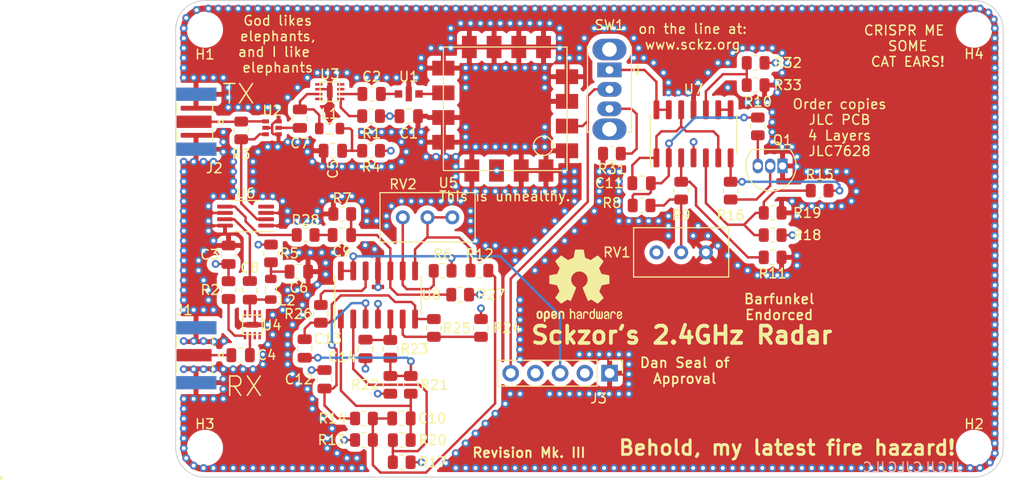
<source format=kicad_pcb>
(kicad_pcb (version 20211014) (generator pcbnew)
  (layers (0 "F.Cu" signal) (1 "In1.Cu" signal) (2 "In2.Cu" signal) (31 "B.Cu" signal) (34 "B.Paste" user) (35 "F.Paste" user) (36 "B.SilkS" user "B.Silkscreen") (37 "F.SilkS" user "F.Silkscreen") (38 "B.Mask" user) (39 "F.Mask" user) (44 "Edge.Cuts" user))
  (net 0 "")
  (net 1 "Earth")
  (net 2 "+5V")
  (net 3 "Net-(C2-Pad1)")
  (net 4 "Net-(C2-Pad2)")
  (net 5 "Net-(C4-Pad1)")
  (net 6 "Net-(C4-Pad2)")
  (net 7 "Net-(C5-Pad2)")
  (net 8 "Net-(C6-Pad2)")
  (net 9 "Net-(C7-Pad1)")
  (net 10 "Net-(C7-Pad2)")
  (net 11 "Net-(C8-Pad1)")
  (net 12 "Net-(C8-Pad2)")
  (net 13 "Net-(C9-Pad1)")
  (net 14 "Net-(R7-Pad1)")
  (net 15 "Net-(C10-Pad1)")
  (net 16 "Net-(C10-Pad2)")
  (net 17 "Net-(C11-Pad2)")
  (net 18 "Net-(C12-Pad1)")
  (net 19 "Net-(C13-Pad1)")
  (net 20 "Net-(C13-Pad2)")
  (net 21 "Net-(C14-Pad1)")
  (net 22 "Net-(AE1-Pad2)")
  (net 23 "Net-(J2-Pad1)")
  (net 24 "Net-(AE2-Pad2)")
  (net 25 "Net-(R1-Pad2)")
  (net 26 "Net-(R2-Pad2)")
  (net 27 "Net-(J3-Pad3)")
  (net 28 "Net-(R6-Pad2)")
  (net 29 "Net-(R12-Pad1)")
  (net 30 "Net-(J3-Pad5)")
  (net 31 "Net-(R17-Pad2)")
  (net 32 "Net-(R24-Pad2)")
  (net 33 "Net-(U1-Pad1)")
  (net 42 "Net-(Q1-Pad2)")
  (net 44 "Net-(R3-Pad1)")
  (net 46 "Net-(R31-Pad1)")
  (net 47 "Net-(C11-Pad1)")
  (net 48 "Net-(Q1-Pad3)")
  (net 49 "Net-(R26-Pad2)")
  (net 50 "Net-(R8-Pad1)")
  (net 51 "Net-(R11-Pad2)")
  (net 52 "Net-(R15-Pad1)")
  (net 53 "Net-(R15-Pad2)")
  (net 54 "Net-(R32-Pad2)")
  (net 55 "Net-(U7-Pad8)")
  (net 56 "Net-(SW1-Pad1)")
  (net 57 "Net-(U6-Pad5)")
  (footprint "Resistor_SMD:R_0805_2012Metric" (layer "F.Cu") (at 33.35 44.11)
    (fp_text reference "R28")
    (fp_text value "50")
  )
  (footprint "Capacitor_SMD:C_0805_2012Metric" (layer "F.Cu") (at 67.858 38.79 180)
    (fp_text reference "C11")
    (fp_text value "8 nF")
  )
  (footprint "Package_SO:MSOP-8_3x3mm_P0.65mm" (layer "F.Cu") (at 27.18 42.17 180)
    (fp_text reference "U6")
    (fp_text value "HMC213B")
  )
  (footprint "Package_SO:SOIC-14_3.9x8.7mm_P1.27mm" (layer "F.Cu") (at 40.78 50.28 90)
    (fp_text reference "U8")
    (fp_text value "LMC6484")
  )
  (footprint "Resistor_SMD:R_0805_2012Metric" (layer "F.Cu") (at 79.796 32.948 90)
    (fp_text reference "R10")
    (fp_text value "51.1k")
  )
  (footprint "Symbol:OSHW-Logo2_9.8x8mm_SilkScreen" (layer "F.Cu") (at 61.468 49.3268)
    (fp_text reference "REF**" hide)
    (fp_text value "OSHW-Logo2_9.8x8mm_SilkScreen" hide)
  )
  (footprint "MountingHole:MountingHole_2.7mm" (layer "F.Cu") (at 102 23)
    (fp_text reference "H4")
    (fp_text value "MountingHole")
  )
  (footprint "Resistor_SMD:R_0805_2012Metric" (layer "F.Cu") (at 64.81 35.742 180)
    (fp_text reference "R31")
    (fp_text value "100k")
  )
  (footprint "Capacitor_SMD:C_0805_2012Metric" (layer "F.Cu") (at 26.67 56.47)
    (fp_text reference "C4")
    (fp_text value "100 nF")
  )
  (footprint "Resistor_SMD:R_0805_2012Metric" (layer "F.Cu") (at 81.32 46.41 180)
    (fp_text reference "R11")
    (fp_text value "51.1k")
  )
  (footprint "Resistor_SMD:R_0805_2012Metric" (layer "F.Cu") (at 34.91 52.22 90)
    (fp_text reference "R26")
    (fp_text value "47k")
  )
  (footprint "Capacitor_SMD:C_0805_2012Metric" (layer "F.Cu") (at 40.13 29.61 180)
    (fp_text reference "C2")
    (fp_text value "100 nF")
  )
  (footprint "Resistor_SMD:R_0805_2012Metric" (layer "F.Cu") (at 71.922 39.552 90)
    (fp_text reference "R9")
    (fp_text value "51.1k")
  )
  (footprint "Resistor_SMD:R_0805_2012Metric" (layer "F.Cu") (at 47.42 47.79 180)
    (fp_text reference "R6")
    (fp_text value "220")
  )
  (footprint "Capacitor_SMD:C_0805_2012Metric" (layer "F.Cu") (at 37.07 44.12)
    (fp_text reference "C9")
    (fp_text value "1 uF")
  )
  (footprint "Resistor_SMD:R_0805_2012Metric" (layer "F.Cu") (at 49.22 50.25 180)
    (fp_text reference "R27")
    (fp_text value "10k")
  )
  (footprint "MountingHole:MountingHole_2.7mm" (layer "F.Cu") (at 23 23)
    (fp_text reference "H1")
    (fp_text value "MountingHole")
  )
  (footprint "Potentiometer_THT:Potentiometer_Bourns_3296W_Vertical" (layer "F.Cu") (at 69.382 45.902 180)
    (fp_text reference "RV1")
    (fp_text value "100k")
  )
  (footprint "Resistor_SMD:R_0805_2012Metric" (layer "F.Cu") (at 39.34 62.98 180)
    (fp_text reference "R14")
    (fp_text value "7.15k")
  )
  (footprint "Resistor_SMD:R_0805_2012Metric" (layer "F.Cu") (at 79.5725 28.7)
    (fp_text reference "R33")
    (fp_text value "10k")
  )
  (footprint "RadarProject:PDW06398" (layer "F.Cu") (at 30.402 32.4325 -90)
    (fp_text reference "U2")
    (fp_text value "PD2328J5050S2HF")
  )
  (footprint "RadarProject:BGU8052" (layer "F.Cu") (at 26.875 54.34 90)
    (fp_text reference "U4")
    (fp_text value "BGU8052")
  )
  (footprint "Package_TO_SOT_THT:TO-92L_Inline" (layer "F.Cu") (at 82.336 37.012 180)
    (fp_text reference "Q1")
    (fp_text value "Q_NPN_BCE")
  )
  (footprint "Resistor_SMD:R_0805_2012Metric" (layer "F.Cu") (at 39.34 65.19 180)
    (fp_text reference "R13")
    (fp_text value "102k")
  )
  (footprint "Capacitor_SMD:C_0805_2012Metric" (layer "F.Cu") (at 39.49 55.82 -90)
    (fp_text reference "C14")
    (fp_text value "1 nF")
  )
  (footprint "Connector_Coaxial:SMA_Samtec_SMA-J-P-X-ST-EM1_EdgeMount" (layer "F.Cu") (at 22.0925 32.47 -90)
    (fp_text reference "J2")
    (fp_text value "Conn_Coaxial")
  )
  (footprint "Connector_Coaxial:SMA_Samtec_SMA-J-P-X-ST-EM1_EdgeMount" (layer "F.Cu") (at 22.0925 56.47 -90)
    (fp_text reference "J1")
    (fp_text value "Conn_Coaxial")
  )
  (footprint "Resistor_SMD:R_0805_2012Metric" (layer "F.Cu") (at 25.43 49.78 -90)
    (fp_text reference "R2")
    (fp_text value "5.1 k")
  )
  (footprint "Resistor_SMD:R_0805_2012Metric" (layer "F.Cu") (at 51.2 47.77)
    (fp_text reference "R12")
    (fp_text value "8.45k")
  )
  (footprint "Resistor_SMD:R_0805_2012Metric" (layer "F.Cu") (at 51.36 53.67 -90)
    (fp_text reference "R24")
    (fp_text value "1.62k")
  )
  (footprint "Resistor_SMD:R_0805_2012Metric" (layer "F.Cu") (at 40.072 35.45 180)
    (fp_text reference "R4")
    (fp_text value "10")
  )
  (footprint "Connector_PinHeader_2.54mm:PinHeader_1x05_P2.54mm_Vertical" (layer "F.Cu") (at 64.57 58.32 -90)
    (fp_text reference "J3")
    (fp_text value "Conn_01x05")
  )
  (footprint "Capacitor_SMD:C_0805_2012Metric" (layer "F.Cu") (at 32.65 47.88 180)
    (fp_text reference "C6")
    (fp_text value "10 pF")
  )
  (footprint "Resistor_SMD:R_0805_2012Metric" (layer "F.Cu") (at 77.002 39.552 90)
    (fp_text reference "R16")
    (fp_text value "200k")
  )
  (footprint "Package_SO:SOIC-14_3.9x8.7mm_P1.27mm" (layer "F.Cu") (at 73.192 33.71 90)
    (fp_text reference "U7")
    (fp_text value "LMC6484")
  )
  (footprint "Capacitor_SMD:C_0805_2012Metric" (layer "F.Cu") (at 35.29 58.95 90)
    (fp_text reference "C12")
    (fp_text value "1 nF")
  )
  (footprint "Resistor_SMD:R_0805_2012Metric" (layer "F.Cu") (at 86.146 39.552)
    (fp_text reference "R15")
    (fp_text value "1k")
  )
  (footprint "Resistor_SMD:R_0805_2012Metric" (layer "F.Cu") (at 81.32 44.124 180)
    (fp_text reference "R18")
    (fp_text value "100k")
  )
  (footprint "Resistor_SMD:R_0805_2012Metric" (layer "F.Cu") (at 79.5725 26.414 180)
    (fp_text reference "R32")
    (fp_text value "10k")
  )
  (footprint "Capacitor_SMD:C_0805_2012Metric" (layer "F.Cu") (at 32.764 32.15 -90)
    (fp_text reference "C7")
    (fp_text value "100 nF")
  )
  (footprint "Resistor_SMD:R_0805_2012Metric" (layer "F.Cu") (at 43.22 67.48 180)
    (fp_text reference "R17")
    (fp_text value "12.1k")
  )
  (footprint "Resistor_SMD:R_0805_2012Metric" (layer "F.Cu") (at 43.2225 65.2)
    (fp_text reference "R20")
    (fp_text value "1k")
  )
  (footprint "Resistor_SMD:R_0805_2012Metric" (layer "F.Cu") (at 42.05 59.52 -90)
    (fp_text reference "R22")
    (fp_text value "102k")
  )
  (footprint "Resistor_SMD:R_0805_2012Metric" (layer "F.Cu") (at 37.11 41.95 180)
    (fp_text reference "R7")
    (fp_text value "10k")
  )
  (footprint "Inductor_SMD:L_0805_2012Metric" (layer "F.Cu") (at 29.77 49.69 -90)
    (fp_text reference "L2")
    (fp_text value "15 nH")
  )
  (footprint "Capacitor_SMD:C_0805_2012Metric" (layer "F.Cu") (at 25.43 46.14 -90)
    (fp_text reference "C3")
    (fp_text value "5.6 nF")
  )
  (footprint "Resistor_SMD:R_0805_2012Metric" (layer "F.Cu") (at 40.07 31.886 180)
    (fp_text reference "R1")
    (fp_text value "5.1 k")
  )
  (footprint "MountingHole:MountingHole_2.7mm" (layer "F.Cu") (at 23 66)
    (fp_text reference "H3")
    (fp_text value "MountingHole")
  )
  (footprint "Inductor_SMD:L_0805_2012Metric" (layer "F.Cu") (at 35.812 33.166 180)
    (fp_text reference "L1")
    (fp_text value "15 nH")
  )
  (footprint "Potentiometer_THT:Potentiometer_Bourns_3296W_Vertical" (layer "F.Cu") (at 43.33 42.3 180)
    (fp_text reference "RV2")
    (fp_text value "10k")
  )
  (footprint "Resistor_SMD:R_0805_2012Metric" (layer "F.Cu") (at 67.858 41.076 180)
    (fp_text reference "R8")
    (fp_text value "100k")
  )
  (footprint "Resistor_SMD:R_0805_2012Metric" (layer "F.Cu") (at 46.52 53.67 90)
    (fp_text reference "R25")
    (fp_text value "1k")
  )
  (footprint "Capacitor_SMD:C_0805_2012Metric" (layer "F.Cu") (at 43.19 62.97 180)
    (fp_text reference "C10")
    (fp_text value "1 nF")
  )
  (footprint "RadarProject:BGU8052" (layer "F.Cu") (at 36.828 30.372 180)
    (fp_text reference "U3")
    (fp_text value "BGU8052")
  )
  (footprint "RadarProject:CVCO55CC-2230-2430" (layer "F.Cu") (at 47.496 37.484 90)
    (fp_text reference "U5")
    (fp_text value "CVCO55CC-2230-2430")
  )
  (footprint "Resistor_SMD:R_0805_2012Metric" (layer "F.Cu") (at 81.32 41.838 180)
    (fp_text reference "R19")
    (fp_text value "100k")
  )
  (footprint "Resistor_SMD:R_0805_2012Metric" (layer "F.Cu") (at 42.05 55.82 90)
    (fp_text reference "R23")
    (fp_text value "7.15k")
  )
  (footprint "Capacitor_SMD:C_0805_2012Metric" (layer "F.Cu") (at 27.62 49.8 90)
    (fp_text reference "C8")
    (fp_text value "100 nF")
  )
  (footprint "RadarProject:TFA20C03DBER" (layer "F.Cu") (at 44.995 29.61 180)
    (fp_text reference "U1")
    (fp_text value "AT0603T03ECATD")
  )
  (footprint "Capacitor_SMD:C_0805_2012Metric" (layer "F.Cu") (at 36.142 35.452)
    (fp_text reference "C5")
    (fp_text value "10 pF")
  )
  (footprint "Button_Switch_THT:SW_Slide_1P2T_CK_OS102011MS2Q" (layer "F.Cu") (at 64.556 27.138 -90)
    (fp_text reference "SW1")
    (fp_text value "SW_SPDT")
  )
  (footprint "Capacitor_SMD:C_0805_2012Metric" (layer "F.Cu") (at 33.25 55.78 -90)
    (fp_text reference "C13")
    (fp_text value "1 nF")
  )
  (footprint "Capacitor_SMD:C_0805_2012Metric" (layer "F.Cu") (at 43.94 31.896 180)
    (fp_text reference "C1")
    (fp_text value "5.6 nF")
  )
  (footprint "MountingHole:MountingHole_2.7mm" (layer "F.Cu") (at 102 66)
    (fp_text reference "H2")
    (fp_text value "MountingHole")
  )
  (footprint "Resistor_SMD:R_0805_2012Metric" (layer "F.Cu") (at 29.79 46.01 -90)
    (fp_text reference "R5")
    (fp_text value "10")
  )
  (footprint "Resistor_SMD:R_0805_2012Metric" (layer "F.Cu") (at 26.73 33.36 90)
    (fp_text reference "R3")
    (fp_text value "100")
  )
  (footprint "Resistor_SMD:R_0805_2012Metric" (layer "F.Cu") (at 44.15 59.52 90)
    (fp_text reference "R21")
    (fp_text value "8.45k")
  )
  (gr_circle (center 2.067 69.09475) (end 2.097 69.11475) (layer "F.SilkS") (width 0.15) (fill none))
  (gr_line (start 102 20) (end 23 20) (layer "Edge.Cuts") (width 0.1))
  (gr_arc (start 102 20) (mid 104.12132 20.87868) (end 105 23) (layer "Edge.Cuts") (width 0.1))
  (gr_arc (start 23 69) (mid 20.87868 68.12132) (end 20 66) (layer "Edge.Cuts") (width 0.1))
  (gr_line (start 105 23) (end 105 66) (layer "Edge.Cuts") (width 0.1))
  (gr_line (start 23 69) (end 102 69) (layer "Edge.Cuts") (width 0.1))
  (gr_arc (start 105 66) (mid 104.12132 68.12132) (end 102 69) (layer "Edge.Cuts") (width 0.1))
  (gr_line (start 20 23) (end 20 66) (layer "Edge.Cuts") (width 0.1))
  (gr_arc (start 20 23) (mid 20.87868 20.87868) (end 23 20) (layer "Edge.Cuts") (width 0.1))
  (gr_text "JLCJLCJLCJLC" (at 95.71 68) (layer "B.SilkS") (effects (font (size 1 1)) (justify mirror)))
  (gr_text "Revision Mk. III" (at 56.2864 66.4972) (layer "F.SilkS") (effects (font (size 1 1) (thickness 0.2))))
  (gr_text "CRISPR ME \nSOME\nCAT EARS!" (at 95.1992 24.6888) (layer "F.SilkS") (effects (font (size 1 1))))
  (gr_text "Sckzor's 2.4GHz Radar" (at 71.9836 54.4068) (layer "F.SilkS") (effects (font (size 1.778 1.778) (thickness 0.381))))
  (gr_text "This is unhealthy." (at 53.7972 40.132) (layer "F.SilkS") (effects (font (size 1 1))))
  (gr_text "Behold, my latest fire hazard!" (at 82.804 65.9892) (layer "F.SilkS") (effects (font (size 1.5 1.5) (thickness 0.3))))
  (gr_text "God likes\nelephants,\nand I like \nelephants\n" (at 30.48 24.4856) (layer "F.SilkS") (effects (font (size 1 1))))
  (gr_text "on the line at:\nwww.sckz.org" (at 73.1012 23.7236) (layer "F.SilkS") (effects (font (size 1 1))))
  (gr_text "Barfunkel\nEndorced" (at 81.9912 51.5112) (layer "F.SilkS") (effects (font (size 1.016 1.016) (thickness 0.1778))))
  (gr_text "TX" (at 26.4668 29.6164) (layer "F.SilkS") (effects (font (size 2 2))))
  (gr_text "RX" (at 27.0256 59.69) (layer "F.SilkS") (effects (font (size 2 2))))
  (gr_text "Dan Seal of\nApproval" (at 72.2884 58.0644) (layer "F.SilkS") (effects (font (size 1.016 1.016) (thickness 0.1778))))
  (gr_text "Order copies\nJLC PCB\n4 Layers\nJLC7628" (at 88.1888 33.0708) (layer "F.SilkS") (effects (font (size 1 1))))
  (segment (start 43.95 29.605) (end 43.945 29.61) (width 0.25) (layer "F.Cu") (net 1))
  (segment (start 29.2925 43.145) (end 30.705 43.145) (width 0.25) (layer "F.Cu") (net 1))
  (segment (start 29.2395 33.0925) (end 29.827 33.0925) (width 0.25) (layer "F.Cu") (net 1))
  (segment (start 28.125 53.09) (end 27.875 53.34) (width 0.25) (layer "F.Cu") (net 1))
  (segment (start 29.2925 41.845) (end 30.705 41.845) (width 0.25) (layer "F.Cu") (net 1))
  (segment (start 30.042 33.7525) (end 30.5695 33.7525) (width 0.25) (layer "F.Cu") (net 1))
  (segment (start 29.2395 33.0925) (end 29.8325 33.0925) (width 0.25) (layer "F.Cu") (net 1))
  (segment (start 29.912 33.6225) (end 30.042 33.7525) (width 0.25) (layer "F.Cu") (net 1))
  (segment (start 28.125 52.215) (end 28.125 53.09) (width 0.25) (layer "F.Cu") (net 1))
  (segment (start 35.83 29.37) (end 35.828 29.372) (width 0.25) (layer "F.Cu") (net 1))
  (segment (start 25.0675 41.845) (end 23.795 41.845) (width 0.25) (layer "F.Cu") (net 1))
  (segment (start 29.8325 33.0925) (end 29.912 33.172) (width 0.25) (layer "F.Cu") (net 1))
  (segment (start 29.827 33.0925) (end 29.912 33.0075) (width 0.25) (layer "F.Cu") (net 1))
  (segment (start 35.578 29.122) (end 35.828 29.372) (width 0.25) (layer "F.Cu") (net 1))
  (segment (start 29.912 32.7505) (end 30.23 32.4325) (width 0.25) (layer "F.Cu") (net 1))
  (segment (start 29.912 33.0075) (end 29.912 32.7505) (width 0.25) (layer "F.Cu") (net 1))
  (segment (start 25.0675 43.145) (end 23.795 43.145) (width 0.25) (layer "F.Cu") (net 1))
  (segment (start 30.23 32.4325) (end 30.5695 32.4325) (width 0.25) (layer "F.Cu") (net 1))
  (segment (start 34.703 29.122) (end 35.578 29.122) (width 0.25) (layer "F.Cu") (net 1))
  (segment (start 29.912 33.172) (end 29.912 33.6225) (width 0.25) (layer "F.Cu") (net 1))
  (via (at 70.104 20.828) (size 0.8) (drill 0.4) (layers "F.Cu" "B.Cu") (net 1))
  (via (at 59.436 25.908) (size 0.8) (drill 0.4) (layers "F.Cu" "B.Cu") (net 1))
  (via (at 77.216 25.4) (size 0.8) (drill 0.4) (layers "F.Cu" "B.Cu") (net 1))
  (via (at 22.86 60.96) (size 0.8) (drill 0.4) (layers "F.Cu" "B.Cu") (net 1))
  (via (at 104.14 33.02) (size 0.8) (drill 0.4) (layers "F.Cu" "B.Cu") (net 1))
  (via (at 29.972 68.072) (size 0.8) (drill 0.4) (layers "F.Cu" "B.Cu") (net 1))
  (via (at 57.912 46.736) (size 0.8) (drill 0.4) (layers "F.Cu" "B.Cu") (net 1))
  (via (at 102.616 20.828) (size 0.8) (drill 0.4) (layers "F.Cu" "B.Cu") (net 1))
  (via (at 35.052 40.64) (size 0.8) (drill 0.4) (layers "F.Cu" "B.Cu") (net 1))
  (via (at 83.82 46.228) (size 0.8) (drill 0.4) (layers "F.Cu" "B.Cu") (net 1))
  (via (at 89.916 39.624) (size 0.8) (drill 0.4) (layers "F.Cu" "B.Cu") (net 1))
  (via (at 72.136 68.072) (size 0.8) (drill 0.4) (layers "F.Cu" "B.Cu") (net 1))
  (via (at 20.828 38.608) (size 0.8) (drill 0.4) (layers "F.Cu" "B.Cu") (net 1))
  (via (at 65.024 68.072) (size 0.8) (drill 0.4) (layers "F.Cu" "B.Cu") (net 1))
  (via (at 38.1 40.132) (size 0.8) (drill 0.4) (layers "F.Cu" "B.Cu") (net 1))
  (via (at 89.408 40.64) (size 0.8) (drill 0.4) (layers "F.Cu" "B.Cu") (net 1))
  (via (at 20.828 49.784) (size 0.8) (drill 0.4) (layers "F.Cu" "B.Cu") (net 1))
  (via (at 86.868 37.592) (size 0.8) (drill 0.4) (layers "F.Cu" "B.Cu") (net 1))
  (via (at 104.14 45.212) (size 0.8) (drill 0.4) (layers "F.Cu" "B.Cu") (net 1))
  (via (at 37.592 27.432) (size 0.8) (drill 0.4) (layers "F.Cu" "B.Cu") (net 1))
  (via (at 32.512 42.672) (size 0.8) (drill 0.4) (layers "F.Cu" "B.Cu") (net 1))
  (via (at 53.848 61.468) (size 0.8) (drill 0.4) (layers "F.Cu" "B.Cu") (net 1))
  (via (at 39.624 27.94) (size 0.8) (drill 0.4) (layers "F.Cu" "B.Cu") (net 1))
  (via (at 35.052 37.084) (size 0.8) (drill 0.4) (layers "F.Cu" "B.Cu") (net 1))
  (via (at 53.848 35.052) (size 0.8) (drill 0.4) (layers "F.Cu" "B.Cu") (net 1))
  (via (at 27.94 57.912) (size 0.8) (drill 0.4) (layers "F.Cu" "B.Cu") (net 1))
  (via (at 44.704 20.828) (size 0.8) (drill 0.4) (layers "F.Cu" "B.Cu") (net 1))
  (via (at 61.976 20.828) (size 0.8) (drill 0.4) (layers "F.Cu" "B.Cu") (net 1))
  (via (at 24.9428 55.0164) (size 0.8) (drill 0.4) (layers "F.Cu" "B.Cu") (net 1))
  (via (at 79.756 30.48) (size 0.8) (drill 0.4) (layers "F.Cu" "B.Cu") (net 1))
  (via (at 20.828 47.752) (size 0.8) (drill 0.4) (layers "F.Cu" "B.Cu") (net 1))
  (via (at 32.6644 45.9232) (size 0.8) (drill 0.4) (layers "F.Cu" "B.Cu") (net 1))
  (via (at 62.484 56.388) (size 0.8) (drill 0.4) (layers "F.Cu" "B.Cu") (net 1))
  (via (at 30.988 51.816) (size 0.8) (drill 0.4) (layers "F.Cu" "B.Cu") (net 1))
  (via (at 48.768 37.084) (size 0.8) (drill 0.4) (layers "F.Cu" "B.Cu") (net 1))
  (via (at 79.756 48.26) (size 0.8) (drill 0.4) (layers "F.Cu" "B.Cu") (net 1))
  (via (at 104.14 65.532) (size 0.8) (drill 0.4) (layers "F.Cu" "B.Cu") (net 1))
  (via (at 28.956 57.404) (size 0.8) (drill 0.4) (layers "F.Cu" "B.Cu") (net 1))
  (via (at 20.828 36.576) (size 0.8) (drill 0.4) (layers "F.Cu" "B.Cu") (net 1))
  (via (at 63.5 40.64) (size 0.8) (drill 0.4) (layers "F.Cu" "B.Cu") (net 1))
  (via (at 95.504 68.072) (size 0.8) (drill 0.4) (layers "F.Cu" "B.Cu") (net 1))
  (via (at 50.8 26.924) (size 0.8) (drill 0.4) (layers "F.Cu" "B.Cu") (net 1))
  (via (at 68.58 42.672) (size 0.8) (drill 0.4) (layers "F.Cu" "B.Cu") (net 1))
  (via (at 47.752 36.068) (size 0.8) (drill 0.4) (layers "F.Cu" "B.Cu") (net 1))
  (via (at 52.324 22.352) (size 0.8) (drill 0.4) (layers "F.Cu" "B.Cu") (net 1))
  (via (at 66.548 56.388) (size 0.8) (drill 0.4) (layers "F.Cu" "B.Cu") (net 1))
  (via (at 65.532 42.672) (size 0.8) (drill 0.4) (layers "F.Cu" "B.Cu") (net 1))
  (via (at 86.36 20.828) (size 0.8) (drill 0.4) (layers "F.Cu" "B.Cu") (net 1))
  (via (at 78.232 68.072) (size 0.8) (drill 0.4) (layers "F.Cu" "B.Cu") (net 1))
  (via (at 93.472 20.828) (size 0.8) (drill 0.4) (layers "F.Cu" "B.Cu") (net 1))
  (via (at 21.844 36.576) (size 0.8) (drill 0.4) (layers "F.Cu" "B.Cu") (net 1))
  (via (at 62.992 41.656) (size 0.8) (drill 0.4) (layers "F.Cu" "B.Cu") (net 1))
  (via (at 78.232 20.828) (size 0.8) (drill 0.4) (layers "F.Cu" "B.Cu") (net 1))
  (via (at 48.768 39.116) (size 0.8) (drill 0.4) (layers "F.Cu" "B.Cu") (net 1))
  (via (at 66.04 22.86) (size 0.8) (drill 0.4) (layers "F.Cu" "B.Cu") (net 1))
  (via (at 50.292 43.688) (size 0.8) (drill 0.4) (layers "F.Cu" "B.Cu") (net 1))
  (via (at 58.42 22.352) (size 0.8) (drill 0.4) (layers "F.Cu" "B.Cu") (net 1))
  (via (at 104.14 50.292) (size 0.8) (drill 0.4) (layers "F.Cu" "B.Cu") (net 1))
  (via (at 101.6 20.828) (size 0.8) (drill 0.4) (layers "F.Cu" "B.Cu") (net 1))
  (via (at 60.96 37.592) (size 0.8) (drill 0.4) (layers "F.Cu" "B.Cu") (net 1))
  (via (at 22.1488 20.9804) (size 0.8) (drill 0.4) (layers "F.Cu" "B.Cu") (net 1))
  (via (at 80.264 68.072) (size 0.8) (drill 0.4) (layers "F.Cu" "B.Cu") (net 1))
  (via (at 27.94 38.608) (size 0.8) (drill 0.4) (layers "F.Cu" "B.Cu") (net 1))
  (via (at 57.912 35.052) (size 0.8) (drill 0.4) (layers "F.Cu" "B.Cu") (net 1))
  (via (at 39.624 41.656) (size 0.8) (drill 0.4) (layers "F.Cu" "B.Cu") (net 1))
  (via (at 62.992 20.828) (size 0.8) (drill 0.4) (layers "F.Cu" "B.Cu") (net 1))
  (via (at 60.96 43.688) (size 0.8) (drill 0.4) (layers "F.Cu" "B.Cu") (net 1))
  (via (at 20.828 66.04) (size 0.8) (drill 0.4) (layers "F.Cu" "B.Cu") (net 1))
  (via (at 41.656 43.18) (size 0.8) (drill 0.4) (layers "F.Cu" "B.Cu") (net 1))
  (via (at 70.612 29.464) (size 0.8) (drill 0.4) (layers "F.Cu" "B.Cu") (net 1))
  (via (at 56.896 47.752) (size 0.8) (drill 0.4) (layers "F.Cu" "B.Cu") (net 1))
  (via (at 76.708 28.956) (size 0.8) (drill 0.4) (layers "F.Cu" "B.Cu") (net 1))
  (via (at 50.292 42.672) (size 0.8) (drill 0.4) (layers "F.Cu" "B.Cu") (net 1))
  (via (at 81.788 28.448) (size 0.8) (drill 0.4) (layers "F.Cu" "B.Cu") (net 1))
  (via (at 89.408 38.608) (size 0.8) (drill 0.4) (layers "F.Cu" "B.Cu") (net 1))
  (via (at 39.624 20.828) (size 0.8) (drill 0.4) (layers "F.Cu" "B.Cu") (net 1))
  (via (at 26.416 20.828) (size 0.8) (drill 0.4) (layers "F.Cu" "B.Cu") (net 1))
  (via (at 56.896 20.828) (size 0.8) (drill 0.4) (layers "F.Cu" "B.Cu") (net 1))
  (via (at 59.436 60.452) (size 0.8) (drill 0.4) (layers "F.Cu" "B.Cu") (net 1))
  (via (at 99.568 68.072) (size 0.8) (drill 0.4) (layers "F.Cu" "B.Cu") (net 1))
  (via (at 55.372 22.352) (size 0.8) (drill 0.4) (layers "F.Cu" "B.Cu") (net 1))
  (via (at 81.28 31.496) (size 0.8) (drill 0.4) (layers "F.Cu" "B.Cu") (net 1))
  (via (at 73.152 20.828) (size 0.8) (drill 0.4) (layers "F.Cu" "B.Cu") (net 1))
  (via (at 93.472 68.072) (size 0.8) (drill 0.4) (layers "F.Cu" "B.Cu") (net 1))
  (via (at 61.976 23.876) (size 0.8) (drill 0.4) (layers "F.Cu" "B.Cu") (net 1))
  (via (at 75.692 45.212) (size 0.8) (drill 0.4) (layers "F.Cu" "B.Cu") (net 1))
  (via (at 46.736 20.828) (size 0.8) (drill 0.4) (layers "F.Cu" "B.Cu") (net 1))
  (via (at 20.828 41.656) (size 0.8) (drill 0.4) (layers "F.Cu" "B.Cu") (net 1))
  (via (at 35.4076 48.1584) (size 0.8) (drill 0.4) (layers "F.Cu" "B.Cu") (net 1))
  (via (at 51.308 22.352) (size 0.8) (drill 0.4) (layers "F.Cu" "B.Cu") (net 1))
  (via (at 33.02 51.308) (size 0.8) (drill 0.4) (layers "F.Cu" "B.Cu") (net 1))
  (via (at 21.844 55.0164) (size 0.8) (drill 0.4) (layers "F.Cu" "B.Cu") (net 1))
  (via (at 91.44 68.072) (size 0.8) (drill 0.4) (layers "F.Cu" "B.Cu") (net 1))
  (via (at 41.656 42.164) (size 0.8) (drill 0.4) (layers "F.Cu" "B.Cu") (net 1))
  (via (at 24.892 57.912) (size 0.8) (drill 0.4) (layers "F.Cu" "B.Cu") (net 1))
  (via (at 89.408 20.828) (size 0.8) (drill 0.4) (layers "F.Cu" "B.Cu") (net 1))
  (via (at 71.628 29.464) (size 0.8) (drill 0.4) (layers "F.Cu" "B.Cu") (net 1))
  (via (at 25.908 39.624) (size 0.8) (drill 0.4) (layers "F.Cu" "B.Cu") (net 1))
  (via (at 56.388 22.352) (size 0.8) (drill 0.4) (layers "F.Cu" "B.Cu") (net 1))
  (via (at 73.152 68.072) (size 0.8) (drill 0.4) (layers "F.Cu" "B.Cu") (net 1))
  (via (at 32.512 34.544) (size 0.8) (drill 0.4) (layers "F.Cu" "B.Cu") (net 1))
  (via (at 62.484 60.452) (size 0.8) (drill 0.4) (layers "F.Cu" "B.Cu") (net 1))
  (via (at 21.844 60.96) (size 0.8) (drill 0.4) (layers "F.Cu" "B.Cu") (net 1))
  (via (at 35.052 68.072) (size 0.8) (drill 0.4) (layers "F.Cu" "B.Cu") (net 1))
  (via (at 104.14 28.956) (size 0.8) (drill 0.4) (layers "F.Cu" "B.Cu") (net 1))
  (via (at 31.496 57.404) (size 0.8) (drill 0.4) (layers "F.Cu" "B.Cu") (net 1))
  (via (at 57.912 34.036) (size 0.8) (drill 0.4) (layers "F.Cu" "B.Cu") (net 1))
  (via (at 51.816 35.052) (size 0.8) (drill 0.4) (layers "F.Cu" "B.Cu") (net 1))
  (via (at 63.5 37.592) (size 0.8) (drill 0.4) (layers "F.Cu" "B.Cu") (net 1))
  (via (at 64.008 20.828) (size 0.8) (drill 0.4) (layers "F.Cu" "B.Cu") (net 1))
  (via (at 85.344 68.072) (size 0.8) (drill 0.4) (layers "F.Cu" "B.Cu") (net 1))
  (via (at 67.056 68.072) (size 0.8) (drill 0.4) (layers "F.Cu" "B.Cu") (net 1))
  (via (at 76.2 68.072) (size 0.8) (drill 0.4) (layers "F.Cu" "B.Cu") (net 1))
  (via (at 66.04 20.828) (size 0.8) (drill 0.4) (layers "F.Cu" "B.Cu") (net 1))
  (via (at 61.976 68.072) (size 0.8) (drill 0.4) (layers "F.Cu" "B.Cu") (net 1))
  (via (at 20.828 61.976) (size 0.8) (drill 0.4) (layers "F.Cu" "B.Cu") (net 1))
  (via (at 74.168 68.072) (size 0.8) (drill 0.4) (layers "F.Cu" "B.Cu") (net 1))
  (via (at 49.784 34.036) (size 0.8) (drill 0.4) (layers "F.Cu" "B.Cu") (net 1))
  (via (at 69.596 42.672) (size 0.8) (drill 0.4) (layers "F.Cu" "B.Cu") (net 1))
  (via (at 23.876 40.132) (size 0.8) (drill 0.4) (layers "F.Cu" "B.Cu") (net 1))
  (via (at 83.82 47.244) (size 0.8) (drill 0.4) (layers "F.Cu" "B.Cu") (net 1))
  (via (at 28.448 30.988) (size 0.8) (drill 0.4) (layers "F.Cu" "B.Cu") (net 1))
  (via (at 31.496 41.656) (size 0.8) (drill 0.4) (layers "F.Cu" "B.Cu") (net 1))
  (via (at 36.576 20.828) (size 0.8) (drill 0.4) (layers "F.Cu" "B.Cu") (net 1))
  (via (at 70.612 28.448) (size 0.8) (drill 0.4) (layers "F.Cu" "B.Cu") (net 1))
  (via (at 59.944 39.624) (size 0.8) (drill 0.4) (layers "F.Cu" "B.Cu") (net 1))
  (via (at 20.828 45.72) (size 0.8) (drill 0.4) (layers "F.Cu" "B.Cu") (net 1))
  (via (at 57.912 20.828) (size 0.8) (drill 0.4) (layers "F.Cu" "B.Cu") (net 1))
  (via (at 39.116 40.64) (size 0.8) (drill 0.4) (layers "F.Cu" "B.Cu") (net 1))
  (via (at 29.464 20.828) (size 0.8) (drill 0.4) (layers "F.Cu" "B.Cu") (net 1))
  (via (at 33.528 20.828) (size 0.8) (drill 0.4) (layers "F.Cu" "B.Cu") (net 1))
  (via (at 45.212 40.64) (size 0.8) (drill 0.4) (layers "F.Cu" "B.Cu") (net 1))
  (via (at 58.928 20.828) (size 0.8) (drill 0.4) (layers "F.Cu" "B.Cu") (net 1))
  (via (at 60.452 60.452) (size 0.8) (drill 0.4) (layers "F.Cu" "B.Cu") (net 1))
  (via (at 35.0012 45.9232) (size 0.8) (drill 0.4) (layers "F.Cu" "B.Cu") (net 1))
  (via (at 55.372 56.896) (size 0.8) (drill 0.4) (layers "F.Cu" "B.Cu") (net 1))
  (via (at 73.66 43.18) (size 0.8) (drill 0.4) (layers "F.Cu" "B.Cu") (net 1))
  (via (at 20.828 51.816) (size 0.8) (drill 0.4) (layers "F.Cu" "B.Cu") (net 1))
  (via (at 34.036 36.576) (size 0.8) (drill 0.4) (layers "F.Cu" "B.Cu") (net 1))
  (via (at 25.4 29.972) (size 0.8) (drill 0.4) (layers "F.Cu" "B.Cu") (net 1))
  (via (at 25.4 30.988) (size 0.8) (drill 0.4) (layers "F.Cu" "B.Cu") (net 1))
  (via (at 81.28 24.892) (size 0.8) (drill 0.4) (layers "F.Cu" "B.Cu") (net 1))
  (via (at 67.056 20.828) (size 0.8) (drill 0.4) (layers "F.Cu" "B.Cu") (net 1))
  (via (at 104.14 48.26) (size 0.8) (drill 0.4) (layers "F.Cu" "B.Cu") (net 1))
  (via (at 82.296 27.432) (size 0.8) (drill 0.4) (layers "F.Cu" "B.Cu") (net 1))
  (via (at 59.944 41.656) (size 0.8) (drill 0.4) (layers "F.Cu" "B.Cu") (net 1))
  (via (at 48.768 66.548) (size 0.8) (drill 0.4) (layers "F.Cu" "B.Cu") (net 1))
  (via (at 28.956 68.072) (size 0.8) (drill 0.4) (layers "F.Cu" "B.Cu") (net 1))
  (via (at 84.836 37.592) (size 0.8) (drill 0.4) (layers "F.Cu" "B.Cu") (net 1))
  (via (at 31.496 20.828) (size 0.8) (drill 0.4) (layers "F.Cu" "B.Cu") (net 1))
  (via (at 44.196 40.64) (size 0.8) (drill 0.4) (layers "F.Cu" "B.Cu") (net 1))
  (via (at 65.532 41.656) (size 0.8) (drill 0.4) (layers "F.Cu" "B.Cu") (net 1))
  (via (at 41.656 27.94) (size 0.8) (drill 0.4) (layers "F.Cu" "B.Cu") (net 1))
  (via (at 31.496 49.784) (size 0.8) (drill 0.4) (layers "F.Cu" "B.Cu") (net 1))
  (via (at 25.908 38.608) (size 0.8) (drill 0.4) (layers "F.Cu" "B.Cu") (net 1))
  (via (at 33.528 42.672) (size 0.8) (drill 0.4) (layers "F.Cu" "B.Cu") (net 1))
  (via (at 28.448 20.828) (size 0.8) (drill 0.4) (layers "F.Cu" "B.Cu") (net 1))
  (via (at 61.468 24.892) (size 0.8) (drill 0.4) (layers "F.Cu" "B.Cu") (net 1))
  (via (at 55.372 60.452) (size 0.8) (drill 0.4) (layers "F.Cu" "B.Cu") (net 1))
  (via (at 65.532 39.624) (size 0.8) (drill 0.4) (layers "F.Cu" "B.Cu") (net 1))
  (via (at 47.244 24.892) (size 0.8) (drill 0.4) (layers "F.Cu" "B.Cu") (net 1))
  (via (at 51.816 20.828) (size 0.8) (drill 0.4) (layers "F.Cu" "B.Cu") (net 1))
  (via (at 75.184 20.828) (size 0.8) (drill 0.4) (layers "F.Cu" "B.Cu") (net 1))
  (via (at 20.828 25.908) (size 0.8) (drill 0.4) (layers "F.Cu" "B.Cu") (net 1))
  (via (at 83.82 37.084) (size 0.8) (drill 0.4) (layers "F.Cu" "B.Cu") (net 1))
  (via (at 53.848 45.72) (size 0.8) (drill 0.4) (layers "F.Cu" "B.Cu") (net 1))
  (via (at 55.88 68.072) (size 0.8) (drill 0.4) (layers "F.Cu" "B.Cu") (net 1))
  (via (at 104.14 63.5) (size 0.8) (drill 0.4) (layers "F.Cu" "B.Cu") (net 1))
  (via (at 40.4368 45.5676) (size 0.8) (drill 0.4) (layers "F.Cu" "B.Cu") (net 1))
  (via (at 38.1 68.072) (size 0.8) (drill 0.4) (layers "F.Cu" "B.Cu") (net 1))
  (via (at 50.292 22.352) (size 0.8) (drill 0.4) (layers "F.Cu" "B.Cu") (net 1))
  (via (at 54.864 46.736) (size 0.8) (drill 0.4) (layers "F.Cu" "B.Cu") (net 1))
  (via (at 42.672 20.828) (size 0.8) (drill 0.4) (layers "F.Cu" "B.Cu") (net 1))
  (via (at 46.736 36.068) (size 0.8) (drill 0.4) (layers "F.Cu" "B.Cu") (net 1))
  (via (at 29.464 30.988) (size 0.8) (drill 0.4) (layers "F.Cu" "B.Cu") (net 1))
  (via (at 25.908 57.912) (size 0.8) (drill 0.4) (layers "F.Cu" "B.Cu") (net 1))
  (via (at 54.864 26.924) (size 0.8) (drill 0.4) (layers "F.Cu" "B.Cu") (net 1))
  (via (at 22.86 48.768) (size 0.8) (drill 0.4) (layers "F.Cu" "B.Cu") (net 1))
  (via (at 20.828 43.688) (size 0.8) (drill 0.4) (layers "F.Cu" "B.Cu") (net 1))
  (via (at 52.832 62.484) (size 0.8) (drill 0.4) (layers "F.Cu" "B.Cu") (net 1))
  (via (at 20.828 22.86) (size 0.8) (drill 0.4) (layers "F.Cu" "B.Cu") (net 1))
  (via (at 104.14 32.004) (size 0.8) (drill 0.4) (layers "F.Cu" "B.Cu") (net 1))
  (via (at 60.96 40.64) (size 0.8) (drill 0.4) (layers "F.Cu" "B.Cu") (net 1))
  (via (at 22.352 47.752) (size 0.8) (drill 0.4) (layers "F.Cu" "B.Cu") (net 1))
  (via (at 65.532 40.64) (size 0.8) (drill 0.4) (layers "F.Cu" "B.Cu") (net 1))
  (via (at 39.116 33.528) (size 0.8) (drill 0.4) (layers "F.Cu" "B.Cu") (net 1))
  (via (at 26.924 57.912) (size 0.8) (drill 0.4) (layers "F.Cu" "B.Cu") (net 1))
  (via (at 30.988 40.64) (size 0.8) (drill 0.4) (layers "F.Cu" "B.Cu") (net 1))
  (via (at 104.14 39.116) (size 0.8) (drill 0.4) (layers "F.Cu" "B.Cu") (net 1))
  (via (at 35.4076 46.99) (size 0.8) (drill 0.4) (layers "F.Cu" "B.Cu") (net 1))
  (via (at 23.876 36.576) (size 0.8) (drill 0.4) (layers "F.Cu" "B.Cu") (net 1))
  (via (at 78.232 24.892) (size 0.8) (drill 0.4) (layers "F.Cu" "B.Cu") (net 1))
  (via (at 54.864 45.72) (size 0.8) (drill 0.4) (layers "F.Cu" "B.Cu") (net 1))
  (via (at 23.368 50.8) (size 0.8) (drill 0.4) (layers "F.Cu" "B.Cu") (net 1))
  (via (at 61.468 25.908) (size 0.8) (drill 0.4) (layers "F.Cu" "B.Cu") (net 1))
  (via (at 48.26 22.86) (size 0.8) (drill 0.4) (layers "F.Cu" "B.Cu") (net 1))
  (via (at 43.18 34.544) (size 0.8) (drill 0.4) (layers "F.Cu" "B.Cu") (net 1))
  (via (at 51.816 39.624) (size 0.8) (drill 0.4) (layers "F.Cu" "B.Cu") (net 1))
  (via (at 27.94 68.072) (size 0.8) (drill 0.4) (layers "F.Cu" "B.Cu") (net 1))
  (via (at 65.024 20.828) (size 0.8) (drill 0.4) (layers "F.Cu" "B.Cu") (net 1))
  (via (at 50.8 39.624) (size 0.8) (drill 0.4) (layers "F.Cu" "B.Cu") (net 1))
  (via (at 104.14 25.908) (size 0.8) (drill 0.4) (layers "F.Cu" "B.Cu") (net 1))
  (via (at 79.248 20.828) (size 0.8) (drill 0.4) (layers "F.Cu" "B.Cu") (net 1))
  (via (at 78.74 47.752) (size 0.8) (drill 0.4) (layers "F.Cu" "B.Cu") (net 1))
  (via (at 34.544 49.2252) (size 0.8) (drill 0.4) (layers "F.Cu" "B.Cu") (net 1))
  (via (at 44.704 27.94) (size 0.8) (drill 0.4) (layers "F.Cu" "B.Cu") (net 1))
  (via (at 43.18 40.64) (size 0.8) (drill 0.4) (layers "F.Cu" "B.Cu") (net 1))
  (via (at 80.264 20.828) (size 0.8) (drill 0.4) (layers "F.Cu" "B.Cu") (net 1))
  (via (at 23.876 27.94) (size 0.8) (drill 0.4) (layers "F.Cu" "B.Cu") (net 1))
  (via (at 69.088 20.828) (size 0.8) (drill 0.4) (layers "F.Cu" "B.Cu") (net 1))
  (via (at 85.344 41.148) (size 0.8) (drill 0.4) (layers "F.Cu" "B.Cu") (net 1))
  (via (at 51.816 68.072) (size 0.8) (drill 0.4) (layers "F.Cu" "B.Cu") (net 1))
  (via (at 84.328 41.148) (size 0.8) (drill 0.4) (layers "F.Cu" "B.Cu") (net 1))
  (via (at 34.544 27.432) (size 0.8) (drill 0.4) (layers "F.Cu" "B.Cu") (net 1))
  (via (at 48.26 40.64) (size 0.8) (drill 0.4) (layers "F.Cu" "B.Cu") (net 1))
  (via (at 24.892 33.528) (size 0.8) (drill 0.4) (layers "F.Cu" "B.Cu") (net 1))
  (via (at 20.828 62.992) (size 0.8) (drill 0.4) (layers "F.Cu" "B.Cu") (net 1))
  (via (at 54.356 60.452) (size 0.8) (drill 0.4) (layers "F.Cu" "B.Cu") (net 1))
  (via (at 32.512 49.784) (size 0.8) (drill 0.4) (layers "F.Cu" "B.Cu") (net 1))
  (via (at 49.784 65.532) (size 0.8) (drill 0.4) (layers "F.Cu" "B.Cu") (net 1))
  (via (at 36.1696 45.9232) (size 0.8) (drill 0.4) (layers "F.Cu" "B.Cu") (net 1))
  (via (at 65.532 38.608) (size 0.8) (drill 0.4) (layers "F.Cu" "B.Cu") (net 1))
  (via (at 33.02 52.324) (size 0.8) (drill 0.4) (layers "F.Cu" "B.Cu") (net 1))
  (via (at 43.688 20.828) (size 0.8) (drill 0.4) (layers "F.Cu" "B.Cu") (net 1))
  (via (at 46.228 40.64) (size 0.8) (drill 0.4) (layers "F.Cu" "B.Cu") (net 1))
  (via (at 58.42 60.452) (size 0.8) (drill 0.4) (layers "F.Cu" "B.Cu") (net 1))
  (via (at 54.864 39.624) (size 0.8) (drill 0.4) (layers "F.Cu" "B.Cu") (net 1))
  (via (at 31.496 34.544) (size 0.8) (drill 0.4) (layers "F.Cu" "B.Cu") (net 1))
  (via (at 40.64 42.672) (size 0.8) (drill 0.4) (layers "F.Cu" "B.Cu") (net 1))
  (via (at 59.944 38.608) (size 0.8) (drill 0.4) (layers "F.Cu" "B.Cu") (net 1))
  (via (at 20.828 24.892) (size 0.8) (drill 0.4) (layers "F.Cu" "B.Cu") (net 1))
  (via (at 88.392 41.148) (size 0.8) (drill 0.4) (layers "F.Cu" "B.Cu") (net 1))
  (via (at 90.424 20.828) (size 0.8) (drill 0.4) (layers "F.Cu" "B.Cu") (net 1))
  (via (at 30.988 68.072) (size 0.8) (drill 0.4) (layers "F.Cu" "B.Cu") (net 1))
  (via (at 53.848 26.924) (size 0.8) (drill 0.4) (layers "F.Cu" "B.Cu") (net 1))
  (via (at 26.924 68.072) (size 0.8) (drill 0.4) (layers "F.Cu" "B.Cu") (net 1))
  (via (at 96.52 20.828) (size 0.8) (drill 0.4) (layers "F.Cu" "B.Cu") (net 1))
  (via (at 78.74 30.48) (size 0.8) (drill 0.4) (layers "F.Cu" "B.Cu") (net 1))
  (via (at 88.9 37.592) (size 0.8) (drill 0.4) (layers "F.Cu" "B.Cu") (net 1))
  (via (at 29.972 52.324) (size 0.8) (drill 0.4) (layers "F.Cu" "B.Cu") (net 1))
  (via (at 38.608 67.056) (size 0.8) (drill 0.4) (layers "F.Cu" "B.Cu") (net 1))
  (via (at 56.896 26.924) (size 0.8) (drill 0.4) (layers "F.Cu" "B.Cu") (net 1))
  (via (at 82.804 48.26) (size 0.8) (drill 0.4) (layers "F.Cu" "B.Cu") (net 1))
  (via (at 104.14 47.244) (size 0.8) (drill 0.4) (layers "F.Cu" "B.Cu") (net 1))
  (via (at 40.64 20.828) (size 0.8) (drill 0.4) (layers "F.Cu" "B.Cu") (net 1))
  (via (at 104.14 24.892) (size 0.8) (drill 0.4) (layers "F.Cu" "B.Cu") (net 1))
  (via (at 51.816 45.212) (size 0.8) (drill 0.4) (layers "F.Cu" "B.Cu") (net 1))
  (via (at 34.544 20.828) (size 0.8) (drill 0.4) (layers "F.Cu" "B.Cu") (net 1))
  (via (at 59.436 24.892) (size 0.8) (drill 0.4) (layers "F.Cu" "B.Cu") (net 1))
  (via (at 69.088 68.072) (size 0.8) (drill 0.4) (layers "F.Cu" "B.Cu") (net 1))
  (via (at 56.896 35.052) (size 0.8) (drill 0.4) (layers "F.Cu" "B.Cu") (net 1))
  (via (at 104.14 34.036) (size 0.8) (drill 0.4) (layers "F.Cu" "B.Cu") (net 1))
  (via (at 27.94 36.576) (size 0.8) (drill 0.4) (layers "F.Cu" "B.Cu") (net 1))
  (via (at 75.184 68.072) (size 0.8) (drill 0.4) (layers "F.Cu" "B.Cu") (net 1))
  (via (at 66.548 58.42) (size 0.8) (drill 0.4) (layers "F.Cu" "B.Cu") (net 1))
  (via (at 35.052 62.992) (size 0.8) (drill 0.4) (layers "F.Cu" "B.Cu") (net 1))
  (via (at 63.5 60.452) (size 0.8) (drill 0.4) (layers "F.Cu" "B.Cu") (net 1))
  (via (at 42.672 27.94) (size 0.8) (drill 0.4) (layers "F.Cu" "B.Cu") (net 1))
  (via (at 83.312 40.64) (size 0.8) (drill 0.4) (layers "F.Cu" "B.Cu") (net 1))
  (via (at 49.784 33.02) (size 0.8) (drill 0.4) (layers "F.Cu" "B.Cu") (net 1))
  (via (at 37.592 67.056) (size 0.8) (drill 0.4) (layers "F.Cu" "B.Cu") (net 1))
  (via (at 50.8 35.052) (size 0.8) (drill 0.4) (layers "F.Cu" "B.Cu") (net 1))
  (via (at 98.552 68.072) (size 0.8) (drill 0.4) (layers "F.Cu" "B.Cu") (net 1))
  (via (at 24.892 68.072) (size 0.8) (drill 0.4) (layers "F.Cu" "B.Cu") (net 1))
  (via (at 24.892 59.944) (size 0.8) (drill 0.4) (layers "F.Cu" "B.Cu") (net 1))
  (via (at 33.8328 45.9232) (size 0.8) (drill 0.4) (layers "F.Cu" "B.Cu") (net 1))
  (via (at 20.828 26.924) (size 0.8) (drill 0.4) (layers "F.Cu" "B.Cu") (net 1))
  (via (at 68.072 25.908) (size 0.8) (drill 0.4) (layers "F.Cu" "B.Cu") (net 1))
  (via (at 70.104 68.072) (size 0.8) (drill 0.4) (layers "F.Cu" "B.Cu") (net 1))
  (via (at 23.876 68.072) (size 0.8) (drill 0.4) (layers "F.Cu" "B.Cu") (net 1))
  (via (at 37.084 37.084) (size 0.8) (drill 0.4) (layers "F.Cu" "B.Cu") (net 1))
  (via (at 81.28 20.828) (size 0.8) (drill 0.4) (layers "F.Cu" "B.Cu") (net 1))
  (via (at 31.496 50.8) (size 0.8) (drill 0.4) (layers "F.Cu" "B.Cu") (net 1))
  (via (at 22.86 68.072) (size 0.8) (drill 0.4) (layers "F.Cu" "B.Cu") (net 1))
  (via (at 21.844 67.818) (size 0.8) (drill 0.4) (layers "F.Cu" "B.Cu") (net 1))
  (via (at 29.972 40.132) (size 0.8) (drill 0.4) (layers "F.Cu" "B.Cu") (net 1))
  (via (at 30.48 30.988) (size 0.8) (drill 0.4) (layers "F.Cu" "B.Cu") (net 1))
  (via (at 43.18 36.576) (size 0.8) (drill 0.4) (layers "F.Cu" "B.Cu") (net 1))
  (via (at 83.312 20.828) (size 0.8) (drill 0.4) (layers "F.Cu" "B.Cu") (net 1))
  (via (at 33.528 27.94) (size 0.8) (drill 0.4) (layers "F.Cu" "B.Cu") (net 1))
  (via (at 54.356 22.352) (size 0.8) (drill 0.4) (layers "F.Cu" "B.Cu") (net 1))
  (via (at 104.14 38.1) (size 0.8) (drill 0.4) (layers "F.Cu" "B.Cu") (net 1))
  (via (at 90.424 68.072) (size 0.8) (drill 0.4) (layers "F.Cu" "B.Cu") (net 1))
  (via (at 24.384 20.828) (size 0.8) (drill 0.4) (layers "F.Cu" "B.Cu") (net 1))
  (via (at 61.468 60.452) (size 0.8) (drill 0.4) (layers "F.Cu" "B.Cu") (net 1))
  (via (at 104.14 36.068) (size 0.8) (drill 0.4) (layers "F.Cu" "B.Cu") (net 1))
  (via (at 24.892 58.928) (size 0.8) (drill 0.4) (layers "F.Cu" "B.Cu") (net 1))
  (via (at 22.352 46.736) (size 0.8) (drill 0.4) (layers "F.Cu" "B.Cu") (net 1))
  (via (at 53.34 22.352) (size 0.8) (drill 0.4) (layers "F.Cu" "B.Cu") (net 1))
  (via (at 34.036 61.976) (size 0.8) (drill 0.4) (layers "F.Cu" "B.Cu") (net 1))
  (via (at 20.828 40.64) (size 0.8) (drill 0.4) (layers "F.Cu" "B.Cu") (net 1))
  (via (at 37.084 40.132) (size 0.8) (drill 0.4) (layers "F.Cu" "B.Cu") (net 1))
  (via (at 57.912 27.94) (size 0.8) (drill 0.4) (layers "F.Cu" "B.Cu") (net 1))
  (via (at 63.5 56.388) (size 0.8) (drill 0.4) (layers "F.Cu" "B.Cu") (net 1))
  (via (at 72.136 20.828) (size 0.8) (drill 0.4) (layers "F.Cu" "B.Cu") (net 1))
  (via (at 76.708 46.228) (size 0.8) (drill 0.4) (layers "F.Cu" "B.Cu") (net 1))
  (via (at 81.28 33.528) (size 0.8) (drill 0.4) (layers "F.Cu" "B.Cu") (net 1))
  (via (at 52.832 39.624) (size 0.8) (drill 0.4) (layers "F.Cu" "B.Cu") (net 1))
  (via (at 77.724 47.244) (size 0.8) (drill 0.4) (layers "F.Cu" "B.Cu") (net 1))
  (via (at 53.34 22.352) (size 0.8) (drill 0.4) (layers "F.Cu" "B.Cu") (net 1))
  (via (at 57.912 43.688) (size 0.8) (drill 0.4) (layers "F.Cu" "B.Cu") (net 1))
  (via (at 95.504 20.828) (size 0.8) (drill 0.4) (layers "F.Cu" "B.Cu") (net 1))
  (via (at 47.752 67.564) (size 0.8) (drill 0.4) (layers "F.Cu" "B.Cu") (net 1))
  (via (at 32.512 28.956) (size 0.8) (drill 0.4) (layers "F.Cu" "B.Cu") (net 1))
  (via (at 104.14 61.468) (size 0.8) (drill 0.4) (layers "F.Cu" "B.Cu") (net 1))
  (via (at 24.892 35.56) (size 0.8) (drill 0.4) (layers "F.Cu" "B.Cu") (net 1))
  (via (at 52.832 35.052) (size 0.8) (drill 0.4) (layers "F.Cu" "B.Cu") (net 1))
  (via (at 104.0384 21.9456) (size 0.8) (drill 0.4) (layers "F.Cu" "B.Cu") (net 1))
  (via (at 32.512 59.436) (size 0.8) (drill 0.4) (layers "F.Cu" "B.Cu") (net 1))
  (via (at 36.068 37.084) (size 0.8) (drill 0.4) (layers "F.Cu" "B.Cu") (net 1))
  (via (at 60.96 68.072) (size 0.8) (drill 0.4) (layers "F.Cu" "B.Cu") (net 1))
  (via (at 62.992 68.072) (size 0.8) (drill 0.4) (layers "F.Cu" "B.Cu") (net 1))
  (via (at 53.848 39.624) (size 0.8) (drill 0.4) (layers "F.Cu" "B.Cu") (net 1))
  (via (at 49.784 28.956) (size 0.8) (drill 0.4) (layers "F.Cu" "B.Cu") (net 1))
  (via (at 55.372 54.864) (size 0.8) (drill 0.4) (layers "F.Cu" "B.Cu") (net 1))
  (via (at 48.26 24.892) (size 0.8) (drill 0.4) (layers "F.Cu" "B.Cu") (net 1))
  (via (at 104.14 42.164) (size 0.8) (drill 0.4) (layers "F.Cu" "B.Cu") (net 1))
  (via (at 35.56 27.432) (size 0.8) (drill 0.4) (layers "F.Cu" "B.Cu") (net 1))
  (via (at 48.768 68.072) (size 0.8) (drill 0.4) (layers "F.Cu" "B.Cu") (net 1))
  (via (at 33.528 35.56) (size 0.8) (drill 0.4) (layers "F.Cu" "B.Cu") (net 1))
  (via (at 28.956 40.132) (size 0.8) (drill 0.4) (layers "F.Cu" "B.Cu") (net 1))
  (via (at 56.896 39.624) (size 0.8) (drill 0.4) (layers "F.Cu" "B.Cu") (net 1))
  (via (at 31.496 29.972) (size 0.8) (drill 0.4) (layers "F.Cu" "B.Cu") (net 1))
  (via (at 25.4 20.828) (size 0.8) (drill 0.4) (layers "F.Cu" "B.Cu") (net 1))
  (via (at 20.828 23.876) (size 0.8) (drill 0.4) (layers "F.Cu" "B.Cu") (net 1))
  (via (at 40.64 27.94) (size 0.8) (drill 0.4) (layers "F.Cu" "B.Cu") (net 1))
  (via (at 55.372 52.832) (size 0.8) (drill 0.4) (layers "F.Cu" "B.Cu") (net 1))
  (via (at 21.844 51.816) (size 0.8) (drill 0.4) (layers "F.Cu" "B.Cu") (net 1))
  (via (at 104.14 64.516) (size 0.8) (drill 0.4) (layers "F.Cu" "B.Cu") (net 1))
  (via (at 31.496 56.388) (size 0.8) (drill 0.4) (layers "F.Cu" "B.Cu") (net 1))
  (via (at 37.084 68.072) (size 0.8) (drill 0.4) (layers "F.Cu" "B.Cu") (net 1))
  (via (at 60.96 39.624) (size 0.8) (drill 0.4) (layers "F.Cu" "B.Cu") (net 1))
  (via (at 43.688 35.56) (size 0.8) (drill 0.4) (layers "F.Cu" "B.Cu") (net 1))
  (via (at 57.912 68.072) (size 0.8) (drill 0.4) (layers "F.Cu" "B.Cu") (net 1))
  (via (at 74.168 20.828) (size 0.8) (drill 0.4) (layers "F.Cu" "B.Cu") (net 1))
  (via (at 83.312 68.072) (size 0.8) (drill 0.4) (layers "F.Cu" "B.Cu") (net 1))
  (via (at 29.972 54.356) (size 0.8) (drill 0.4) (layers "F.Cu" "B.Cu") (net 1))
  (via (at 28.956 56.388) (size 0.8) (drill 0.4) (layers "F.Cu" "B.Cu") (net 1))
  (via (at 42.164 37.084) (size 0.8) (drill 0.4) (layers "F.Cu" "B.Cu") (net 1))
  (via (at 87.376 20.828) (size 0.8) (drill 0.4) (layers "F.Cu" "B.Cu") (net 1))
  (via (at 50.8 20.828) (size 0.8) (drill 0.4) (layers "F.Cu" "B.Cu") (net 1))
  (via (at 80.772 48.26) (size 0.8) (drill 0.4) (layers "F.Cu" "B.Cu") (net 1))
  (via (at 82.296 25.4) (size 0.8) (drill 0.4) (layers "F.Cu" "B.Cu") (net 1))
  (via (at 82.804 26.416) (size 0.8) (drill 0.4) (layers "F.Cu" "B.Cu") (net 1))
  (via (at 66.548 42.672) (size 0.8) (drill 0.4) (layers "F.Cu" "B.Cu") (net 1))
  (via (at 26.416 30.988) (size 0.8) (drill 0.4) (layers "F.Cu" "B.Cu") (net 1))
  (via (at 89.408 68.072) (size 0.8) (drill 0.4) (layers "F.Cu" "B.Cu") (net 1))
  (via (at 104.14 46.228) (size 0.8) (drill 0.4) (layers "F.Cu" "B.Cu") (net 1))
  (via (at 33.528 34.544) (size 0.8) (drill 0.4) (layers "F.Cu" "B.Cu") (net 1))
  (via (at 104.14 51.308) (size 0.8) (drill 0.4) (layers "F.Cu" "B.Cu") (net 1))
  (via (at 45.212 34.544) (size 0.8) (drill 0.4) (layers "F.Cu" "B.Cu") (net 1))
  (via (at 65.532 56.388) (size 0.8) (drill 0.4) (layers "F.Cu" "B.Cu") (net 1))
  (via (at 42.164 33.528) (size 0.8) (drill 0.4) (layers "F.Cu" "B.Cu") (net 1))
  (via (at 48.768 36.068) (size 0.8) (drill 0.4) (layers "F.Cu" "B.Cu") (net 1))
  (via (at 104.14 35.052) (size 0.8) (drill 0.4) (layers "F.Cu" "B.Cu") (net 1))
  (via (at 59.944 44.704) (size 0.8) (drill 0.4) (layers "F.Cu" "B.Cu") (net 1))
  (via (at 20.828 37.592) (size 0.8) (drill 0.4) (layers "F.Cu" "B.Cu") (net 1))
  (via (at 45.72 36.068) (size 0.8) (drill 0.4) (layers "F.Cu" "B.Cu") (net 1))
  (via (at 69.088 26.416) (size 0.8) (drill 0.4) (layers "F.Cu" "B.Cu") (net 1))
  (via (at 94.488 20.828) (size 0.8) (drill 0.4) (layers "F.Cu" "B.Cu") (net 1))
  (via (at 104.14 60.452) (size 0.8) (drill 0.4) (layers "F.Cu" "B.Cu") (net 1))
  (via (at 20.828 60.96) (size 0.8) (drill 0.4) (layers "F.Cu" "B.Cu") (net 1))
  (via (at 29.464 35.052) (size 0.8) (drill 0.4) (layers "F.Cu" "B.Cu") (net 1))
  (via (at 64.516 37.592) (size 0.8) (drill 0.4) (layers "F.Cu" "B.Cu") (net 1))
  (via (at 21.844 57.912) (size 0.8) (drill 0.4) (layers "F.Cu" "B.Cu") (net 1))
  (via (at 87.884 37.592) (size 0.8) (drill 0.4) (layers "F.Cu" "B.Cu") (net 1))
  (via (at 49.276 22.352) (size 0.8) (drill 0.4) (layers "F.Cu" "B.Cu") (net 1))
  (via (at 68.072 20.828) (size 0.8) (drill 0.4) (layers "F.Cu" "B.Cu") (net 1))
  (via (at 81.28 34.544) (size 0.8) (drill 0.4) (layers "F.Cu" "B.Cu") (net 1))
  (via (at 64.008 68.072) (size 0.8) (drill 0.4) (layers "F.Cu" "B.Cu") (net 1))
  (via (at 36.068 40.132) (size 0.8) (drill 0.4) (layers "F.Cu" "B.Cu") (net 1))
  (via (at 97.536 20.828) (size 0.8) (drill 0.4) (layers "F.Cu" "B.Cu") (net 1))
  (via (at 85.852 37.592) (size 0.8) (drill 0.4) (layers "F.Cu" "B.Cu") (net 1))
  (via (at 97.536 68.072) (size 0.8) (drill 0.4) (layers "F.Cu" "B.Cu") (net 1))
  (via (at 35.56 20.828) (size 0.8) (drill 0.4) (layers "F.Cu" "B.Cu") (net 1))
  (via (at 34.544 41.656) (size 0.8) (drill 0.4) (layers "F.Cu" "B.Cu") (net 1))
  (via (at 68.072 68.072) (size 0.8) (drill 0.4) (layers "F.Cu" "B.Cu") (net 1))
  (via (at 20.828 44.704) (size 0.8) (drill 0.4) (layers "F.Cu" "B.Cu") (net 1))
  (via (at 71.12 20.828) (size 0.8) (drill 0.4) (layers "F.Cu" "B.Cu") (net 1))
  (via (at 85.344 20.828) (size 0.8) (drill 0.4) (layers "F.Cu" "B.Cu") (net 1))
  (via (at 57.912 39.624) (size 0.8) (drill 0.4) (layers "F.Cu" "B.Cu") (net 1))
  (via (at 67.056 23.876) (size 0.8) (drill 0.4) (layers "F.Cu" "B.Cu") (net 1))
  (via (at 104.14 54.356) (size 0.8) (drill 0.4) (layers "F.Cu" "B.Cu") (net 1))
  (via (at 104.14 58.42) (size 0.8) (drill 0.4) (layers "F.Cu" "B.Cu") (net 1))
  (via (at 52.832 20.828) (size 0.8) (drill 0.4) (layers "F.Cu" "B.Cu") (net 1))
  (via (at 41.656 20.828) (size 0.8) (drill 0.4) (layers "F.Cu" "B.Cu") (net 1))
  (via (at 29.464 53.34) (size 0.8) (drill 0.4) (layers "F.Cu" "B.Cu") (net 1))
  (via (at 104.14 30.988) (size 0.8) (drill 0.4) (layers "F.Cu" "B.Cu") (net 1))
  (via (at 32.004 58.42) (size 0.8) (drill 0.4) (layers "F.Cu" "B.Cu") (net 1))
  (via (at 42.164 41.148) (size 0.8) (drill 0.4) (layers "F.Cu" "B.Cu") (net 1))
  (via (at 86.36 41.148) (size 0.8) (drill 0.4) (layers "F.Cu" "B.Cu") (net 1))
  (via (at 49.276 40.64) (size 0.8) (drill 0.4) (layers "F.Cu" "B.Cu") (net 1))
  (via (at 23.876 44.704) (size 0.8) (drill 0.4) (layers "F.Cu" "B.Cu") (net 1))
  (via (at 41.148 37.084) (size 0.8) (drill 0.4) (layers "F.Cu" "B.Cu") (net 1))
  (via (at 81.788 48.26) (size 0.8) (drill 0.4) (layers "F.Cu" "B.Cu") (net 1))
  (via (at 82.296 20.828) (size 0.8) (drill 0.4) (layers "F.Cu" "B.Cu") (net 1))
  (via (at 66.548 57.404) (size 0.8) (drill 0.4) (layers "F.Cu" "B.Cu") (net 1))
  (via (at 52.832 68.072) (size 0.8) (drill 0.4) (layers "F.Cu" "B.Cu") (net 1))
  (via (at 49.784 35.052) (size 0.8) (drill 0.4) (layers "F.Cu" "B.Cu") (net 1))
  (via (at 75.692 26.416) (size 0.8) (drill 0.4) (layers "F.Cu" "B.Cu") (net 1))
  (via (at 66.548 59.436) (size 0.8) (drill 0.4) (layers "F.Cu" "B.Cu") (net 1))
  (via (at 55.88 20.828) (size 0.8) (drill 0.4) (layers "F.Cu" "B.Cu") (net 1))
  (via (at 55.88 39.624) (size 0.8) (drill 0.4) (layers "F.Cu" "B.Cu") (net 1))
  (via (at 82.296 68.072) (size 0.8) (drill 0.4) (layers "F.Cu" "B.Cu") (net 1))
  (via (at 22.86 45.72) (size 0.8) (drill 0.4) (layers "F.Cu" "B.Cu") (net 1))
  (via (at 87.376 68.072) (size 0.8) (drill 0.4) (layers "F.Cu" "B.Cu") (net 1))
  (via (at 22.86 57.912) (size 0.8) (drill 0.4) (layers "F.Cu" "B.Cu") (net 1))
  (via (at 45.212 26.924) (size 0.8) (drill 0.4) (layers "F.Cu" "B.Cu") (net 1))
  (via (at 34.544 42.672) (size 0.8) (drill 0.4) (layers "F.Cu" "B.Cu") (net 1))
  (via (at 51.816 63.5) (size 0.8) (drill 0.4) (layers "F.Cu" "B.Cu") (net 1))
  (via (at 34.036 60.96) (size 0.8) (drill 0.4) (layers "F.Cu" "B.Cu") (net 1))
  (via (at 57.912 26.924) (size 0.8) (drill 0.4) (layers "F.Cu" "B.Cu") (net 1))
  (via (at 104.14 55.372) (size 0.8) (drill 0.4) (layers "F.Cu" "B.Cu") (net 1))
  (via (at 21.082 21.7932) (size 0.8) (drill 0.4) (layers "F.Cu" "B.Cu") (net 1))
  (via (at 40.7924 49.4792) (size 0.8) (drill 0.4) (layers "F.Cu" "B.Cu") (net 1))
  (via (at 57.912 28.956) (size 0.8) (drill 0.4) (layers "F.Cu" "B.Cu") (net 1))
  (via (at 50.8 68.072) (size 0.8) (drill 0.4) (layers "F.Cu" "B.Cu") (net 1))
  (via (at 49.784 26.924) (size 0.8) (drill 0.4) (layers "F.Cu" "B.Cu") (net 1))
  (via (at 73.66 28.448) (size 0.8) (drill 0.4) (layers "F.Cu" "B.Cu") (net 1))
  (via (at 25.908 36.576) (size 0.8) (drill 0.4) (layers "F.Cu" "B.Cu") (net 1))
  (via (at 55.88 35.052) (size 0.8) (drill 0.4) (layers "F.Cu" "B.Cu") (net 1))
  (via (at 83.312 35.052) (size 0.8) (drill 0.4) (layers "F.Cu" "B.Cu") (net 1))
  (via (at 23.368 41.148) (size 0.8) (drill 0.4) (layers "F.Cu" "B.Cu") (net 1))
  (via (at 71.12 68.072) (size 0.8) (drill 0.4) (layers "F.Cu" "B.Cu") (net 1))
  (via (at 55.88 45.72) (size 0.8) (drill 0.4) (layers "F.Cu" "B.Cu") (net 1))
  (via (at 104.14 29.972) (size 0.8) (drill 0.4) (layers "F.Cu" "B.Cu") (net 1))
  (via (at 73.152 44.196) (size 0.8) (drill 0.4) (layers "F.Cu" "B.Cu") (net 1))
  (via (at 104.14 57.404) (size 0.8) (drill 0.4) (layers "F.Cu" "B.Cu") (net 1))
  (via (at 20.828 46.736) (size 0.8) (drill 0.4) (layers "F.Cu" "B.Cu") (net 1))
  (via (at 20.828 39.624) (size 0.8) (drill 0.4) (layers "F.Cu" "B.Cu") (net 1))
  (via (at 49.784 68.072) (size 0.8) (drill 0.4) (layers "F.Cu" "B.Cu") (net 1))
  (via (at 70.612 43.18) (size 0.8) (drill 0.4) (layers "F.Cu" "B.Cu") (net 1))
  (via (at 88.392 20.828) (size 0.8) (drill 0.4) (layers "F.Cu" "B.Cu") (net 1))
  (via (at 56.896 44.704) (size 0.8) (drill 0.4) (layers "F.Cu" "B.Cu") (net 1))
  (via (at 101.6 68.072) (size 0.8) (drill 0.4) (layers "F.Cu" "B.Cu") (net 1))
  (via (at 92.456 68.072) (size 0.8) (drill 0.4) (layers "F.Cu" "B.Cu") (net 1))
  (via (at 64.516 60.452) (size 0.8) (drill 0.4) (layers "F.Cu" "B.Cu") (net 1))
  (via (at 104.14 59.436) (size 0.8) (drill 0.4) (layers "F.Cu" "B.Cu") (net 1))
  (via (at 103.4796 21.2344) (size 0.8) (drill 0.4) (layers "F.Cu" "B.Cu") (net 1))
  (via (at 35.56 66.04) (size 0.8) (drill 0.4) (layers "F.Cu" "B.Cu") (net 1))
  (via (at 60.96 38.608) (size 0.8) (drill 0.4) (layers "F.Cu" "B.Cu") (net 1))
  (via (at 31.496 45.9232) (size 0.8) (drill 0.4) (layers "F.Cu" "B.Cu") (net 1))
  (via (at 43.18 33.528) (size 0.8) (drill 0.4) (layers "F.Cu" "B.Cu") (net 1))
  (via (at 39.4716 45.1612) (size 0.8) (drill 0.4) (layers "F.Cu" "B.Cu") (net 1))
  (via (at 59.944 20.828) (size 0.8) (drill 0.4) (layers "F.Cu" "B.Cu") (net 1))
  (via (at 31.496 42.672) (size 0.8) (drill 0.4) (layers "F.Cu" "B.Cu") (net 1))
  (via (at 24.892 27.94) (size 0.8) (drill 0.4) (layers "F.Cu" "B.Cu") (net 1))
  (via (at 59.944 68.072) (size 0.8) (drill 0.4) (layers "F.Cu" "B.Cu") (net 1))
  (via (at 104.14 41.148) (size 0.8) (drill 0.4) (layers "F.Cu" "B.Cu") (net 1))
  (via (at 58.928 45.72) (size 0.8) (drill 0.4) (layers "F.Cu" "B.Cu") (net 1))
  (via (at 104.14 43.18) (size 0.8) (drill 0.4) (layers "F.Cu" "B.Cu") (net 1))
  (via (at 56.896 68.072) (size 0.8) (drill 0.4) (layers "F.Cu" "B.Cu") (net 1))
  (via (at 104.14 56.388) (size 0.8) (drill 0.4) (layers "F.Cu" "B.Cu") (net 1))
  (via (at 48.26 23.876) (size 0.8) (drill 0.4) (layers "F.Cu" "B.Cu") (net 1))
  (via (at 23.368 20.828) (size 0.8) (drill 0.4) (layers "F.Cu" "B.Cu") (net 1))
  (via (at 67.056 25.908) (size 0.8) (drill 0.4) (layers "F.Cu" "B.Cu") (net 1))
  (via (at 70.612 44.196) (size 0.8) (drill 0.4) (layers "F.Cu" "B.Cu") (net 1))
  (via (at 29.464 55.372) (size 0.8) (drill 0.4) (layers "F.Cu" "B.Cu") (net 1))
  (via (at 61.976 42.672) (size 0.8) (drill 0.4) (layers "F.Cu" "B.Cu") (net 1))
  (via (at 47.244 40.64) (size 0.8) (drill 0.4) (layers "F.Cu" "B.Cu") (net 1))
  (via (at 58.928 42.672) (size 0.8) (drill 0.4) (layers "F.Cu" "B.Cu") (net 1))
  (via (at 54.864 35.052) (size 0.8) (drill 0.4) (layers "F.Cu" "B.Cu") (net 1))
  (via (at 41.148 33.528) (size 0.8) (drill 0.4) (layers "F.Cu" "B.Cu") (net 1))
  (via (at 104.14 37.084) (size 0.8) (drill 0.4) (layers "F.Cu" "B.Cu") (net 1))
  (via (at 39.116 37.084) (size 0.8) (drill 0.4) (layers "F.Cu" "B.Cu") (net 1))
  (via (at 36.068 64.008) (size 0.8) (drill 0.4) (layers "F.Cu" "B.Cu") (net 1))
  (via (at 47.752 20.828) (size 0.8) (drill 0.4) (layers "F.Cu" "B.Cu") (net 1))
  (via (at 104.14 53.34) (size 0.8) (drill 0.4) (layers "F.Cu" "B.Cu") (net 1))
  (via (at 59.436 22.86) (size 0.8) (drill 0.4) (layers "F.Cu" "B.Cu") (net 1))
  (via (at 67.564 24.892) (size 0.8) (drill 0.4) (layers "F.Cu" "B.Cu") (net 1))
  (via (at 20.828 42.672) (size 0.8) (drill 0.4) (layers "F.Cu" "B.Cu") (net 1))
  (via (at 23.368 42.672) (size 0.8) (drill 0.4) (layers "F.Cu" "B.Cu") (net 1))
  (via (at 104.14 22.86) (size 0.8) (drill 0.4) (layers "F.Cu" "B.Cu") (net 1))
  (via (at 98.552 20.828) (size 0.8) (drill 0.4) (layers "F.Cu" "B.Cu") (net 1))
  (via (at 27.432 30.988) (size 0.8) (drill 0.4) (layers "F.Cu" "B.Cu") (net 1))
  (via (at 38.608 20.828) (size 0.8) (drill 0.4) (layers "F.Cu" "B.Cu") (net 1))
  (via (at 30.48 35.052) (size 0.8) (drill 0.4) (layers "F.Cu" "B.Cu") (net 1))
  (via (at 24.892 40.132) (size 0.8) (drill 0.4) (layers "F.Cu" "B.Cu") (net 1))
  (via (at 20.828 50.8) (size 0.8) (drill 0.4) (layers "F.Cu" "B.Cu") (net 1))
  (via (at 79.248 68.072) (size 0.8) (drill 0.4) (layers "F.Cu" "B.Cu") (net 1))
  (via (at 104.14 44.196) (size 0.8) (drill 0.4) (layers "F.Cu" "B.Cu") (net 1))
  (via (at 49.784 20.828) (size 0.8) (drill 0.4) (layers "F.Cu" "B.Cu") (net 1))
  (via (at 55.372 53.848) (size 0.8) (drill 0.4) (layers "F.Cu" "B.Cu") (net 1))
  (via (at 46.228 24.892) (size 0.8) (drill 0.4) (layers "F.Cu" "B.Cu") (net 1))
  (via (at 20.828 27.94) (size 0.8) (drill 0.4) (layers "F.Cu" "B.Cu") (net 1))
  (via (at 96.52 68.072) (size 0.8) (drill 0.4) (layers "F.Cu" "B.Cu") (net 1))
  (via (at 81.788 29.464) (size 0.8) (drill 0.4) (layers "F.Cu" "B.Cu") (net 1))
  (via (at 58.928 39.624) (size 0.8) (drill 0.4) (layers "F.Cu" "B.Cu") (net 1))
  (via (at 38.608 27.94) (size 0.8) (drill 0.4) (layers "F.Cu" "B.Cu") (net 1))
  (via (at 59.436 23.876) (size 0.8) (drill 0.4) (layers "F.Cu" "B.Cu") (net 1))
  (via (at 25.4 28.956) (size 0.8) (drill 0.4) (layers "F.Cu" "B.Cu") (net 1))
  (via (at 25.908 35.56) (size 0.8) (drill 0.4) (layers "F.Cu" "B.Cu") (net 1))
  (via (at 32.004 68.072) (size 0.8) (drill 0.4) (layers "F.Cu" "B.Cu") (net 1))
  (via (at 33.02 68.072) (size 0.8) (drill 0.4) (layers "F.Cu" "B.Cu") (net 1))
  (via (at 25.908 68.072) (size 0.8) (drill 0.4) (layers "F.Cu" "B.Cu") (net 1))
  (via (at 104.14 52.324) (size 0.8) (drill 0.4) (layers "F.Cu" "B.Cu") (net 1))
  (via (at 50.8 44.704) (size 0.8) (drill 0.4) (layers "F.Cu" "B.Cu") (net 1))
  (via (at 20.828 55.0164) (size 0.8) (drill 0.4) (layers "F.Cu" "B.Cu") (net 1))
  (via (at 74.676 44.196) (size 0.8) (drill 0.4) (layers "F.Cu" "B.Cu") (net 1))
  (via (at 21.082 67.056) (size 0.8) (drill 0.4) (layers "F.Cu" "B.Cu") (net 1))
  (via (at 44.196 33.528) (size 0.8) (drill 0.4) (layers "F.Cu" "B.Cu") (net 1))
  (via (at 62.992 22.86) (size 0.8) (drill 0.4) (layers "F.Cu" "B.Cu") (net 1))
  (via (at 25.908 37.592) (size 0.8) (drill 0.4) (layers "F.Cu" "B.Cu") (net 1))
  (via (at 81.28 32.512) (size 0.8) (drill 0.4) (layers "F.Cu" "B.Cu") (net 1))
  (via (at 23.876 57.912) (size 0.8) (drill 0.4) (layers "F.Cu" "B.Cu") (net 1))
  (via (at 70.104 27.432) (size 0.8) (drill 0.4) (layers "F.Cu" "B.Cu") (net 1))
  (via (at 22.86 27.94) (size 0.8) (drill 0.4) (layers "F.Cu" "B.Cu") (net 1))
  (via (at 104.14 23.876) (size 0.8) (drill 0.4) (layers "F.Cu" "B.Cu") (net 1))
  (via (at 55.88 26.924) (size 0.8) (drill 0.4) (layers "F.Cu" "B.Cu") (net 1))
  (via (at 53.848 20.828) (size 0.8) (drill 0.4) (layers "F.Cu" "B.Cu") (net 1))
  (via (at 77.216 20.828) (size 0.8) (drill 0.4) (layers "F.Cu" "B.Cu") (net 1))
  (via (at 48.768 20.828) (size 0.8) (drill 0.4) (layers "F.Cu" "B.Cu") (net 1))
  (via (at 55.372 50.8) (size 0.8) (drill 0.4) (layers "F.Cu" "B.Cu") (net 1))
  (via (at 36.068 68.072) (size 0.8) (drill 0.4) (layers "F.Cu" "B.Cu") (net 1))
  (via (at 24.892 60.96) (size 0.8) (drill 0.4) (layers "F.Cu" "B.Cu") (net 1))
  (via (at 51.816 26.924) (size 0.8) (drill 0.4) (layers "F.Cu" "B.Cu") (net 1))
  (via (at 45.212 25.908) (size 0.8) (drill 0.4) (layers "F.Cu" "B.Cu") (net 1))
  (via (at 104.14 40.132) (size 0.8) (drill 0.4) (layers "F.Cu" "B.Cu") (net 1))
  (via (at 49.784 27.94) (size 0.8) (drill 0.4) (layers "F.Cu" "B.Cu") (net 1))
  (via (at 23.876 60.96) (size 0.8) (drill 0.4) (layers "F.Cu" "B.Cu") (net 1))
  (via (at 92.456 20.828) (size 0.8) (drill 0.4) (layers "F.Cu" "B.Cu") (net 1))
  (via (at 36.576 27.432) (size 0.8) (drill 0.4) (layers "F.Cu" "B.Cu") (net 1))
  (via (at 40.132 37.084) (size 0.8) (drill 0.4) (layers "F.Cu" "B.Cu") (net 1))
  (via (at 100.584 68.072) (size 0.8) (drill 0.4) (layers "F.Cu" "B.Cu") (net 1))
  (via (at 80.264 24.892) (size 0.8) (drill 0.4) (layers "F.Cu" "B.Cu") (net 1))
  (via (at 84.328 68.072) (size 0.8) (drill 0.4) (layers "F.Cu" "B.Cu") (net 1))
  (via (at 99.568 20.828) (size 0.8) (drill 0.4) (layers "F.Cu" "B.Cu") (net 1))
  (via (at 55.372 51.816) (size 0.8) (drill 0.4) (layers "F.Cu" "B.Cu") (net 1))
  (via (at 80.772 30.48) (size 0.8) (drill 0.4) (layers "F.Cu" "B.Cu") (net 1))
  (via (at 22.86 51.816) (size 0.8) (drill 0.4) (layers "F.Cu" "B.Cu") (net 1))
  (via (at 63.5 39.624) (size 0.8) (drill 0.4) (layers "F.Cu" "B.Cu") (net 1))
  (via (at 60.452 25.908) (size 0.8) (drill 0.4) (layers "F.Cu" "B.Cu") (net 1))
  (via (at 22.86 36.576) (size 0.8) (drill 0.4) (layers "F.Cu" "B.Cu") (net 1))
  (via (at 59.944 37.592) (size 0.8) (drill 0.4) (layers "F.Cu" "B.Cu") (net 1))
  (via (at 32.004 53.34) (size 0.8) (drill 0.4) (layers "F.Cu" "B.Cu") (net 1))
  (via (at 103.632 67.5132) (size 0.8) (drill 0.4) (layers "F.Cu" "B.Cu") (net 1))
  (via (at 82.296 35.052) (size 0.8) (drill 0.4) (layers "F.Cu" "B.Cu") (net 1))
  (via (at 35.56 65.024) (size 0.8) (drill 0.4) (layers "F.Cu" "B.Cu") (net 1))
  (via (at 60.96 20.828) (size 0.8) (drill 0.4) (layers "F.Cu" "B.Cu") (net 1))
  (via (at 104.14 26.924) (size 0.8) (drill 0.4) (layers "F.Cu" "B.Cu") (net 1))
  (via (at 23.368 49.784) (size 0.8) (drill 0.4) (layers "F.Cu" "B.Cu") (net 1))
  (via (at 66.04 68.072) (size 0.8) (drill 0.4) (layers "F.Cu" "B.Cu") (net 1))
  (via (at 83.82 36.068) (size 0.8) (drill 0.4) (layers "F.Cu" "B.Cu") (net 1))
  (via (at 53.848 68.072) (size 0.8) (drill 0.4) (layers "F.Cu" "B.Cu") (net 1))
  (via (at 55.372 55.88) (size 0.8) (drill 0.4) (layers "F.Cu" "B.Cu") (net 1))
  (via (at 83.82 42.164) (size 0.8) (drill 0.4) (layers "F.Cu" "B.Cu") (net 1))
  (via (at 104.14 49.276) (size 0.8) (drill 0.4) (layers "F.Cu" "B.Cu") (net 1))
  (via (at 27.94 37.592) (size 0.8) (drill 0.4) (layers "F.Cu" "B.Cu") (net 1))
  (via (at 65.532 60.452) (size 0.8) (drill 0.4) (layers "F.Cu" "B.Cu") (net 1))
  (via (at 20.828 64.008) (size 0.8) (drill 0.4) (layers "F.Cu" "B.Cu") (net 1))
  (via (at 70.612 42.164) (size 0.8) (drill 0.4) (layers "F.Cu" "B.Cu") (net 1))
  (via (at 33.528 59.944) (size 0.8) (drill 0.4) (layers "F.Cu" "B.Cu") (net 1))
  (via (at 77.216 68.072) (size 0.8) (drill 0.4) (layers "F.Cu" "B.Cu") (net 1))
  (via (at 52.832 26.924) (size 0.8) (drill 0.4) (layers "F.Cu" "B.Cu") (net 1))
  (via (at 81.28 68.072) (size 0.8) (drill 0.4) (layers "F.Cu" "B.Cu") (net 1))
  (via (at 54.864 68.072) (size 0.8) (drill 0.4) (layers "F.Cu" "B.Cu") (net 1))
  (via (at 58.928 68.072) (size 0.8) (drill 0.4) (layers "F.Cu" "B.Cu") (net 1))
  (via (at 27.432 20.828) (size 0.8) (drill 0.4) (layers "F.Cu" "B.Cu") (net 1))
  (via (at 104.14 66.548) (size 0.8) (drill 0.4) (layers "F.Cu" "B.Cu") (net 1))
  (via (at 30.48 20.828) (size 0.8) (drill 0.4) (layers "F.Cu" "B.Cu") (net 1))
  (via (at 100.584 20.828) (size 0.8) (drill 0.4) (layers "F.Cu" "B.Cu") (net 1))
  (via (at 67.564 42.672) (size 0.8) (drill 0.4) (layers "F.Cu" "B.Cu") (net 1))
  (via (at 74.676 27.432) (size 0.8) (drill 0.4) (layers "F.Cu" "B.Cu") (net 1))
  (via (at 50.8 64.516) (size 0.8) (drill 0.4) (layers "F.Cu" "B.Cu") (net 1))
  (via (at 66.548 60.452) (size 0.8) (drill 0.4) (layers "F.Cu" "B.Cu") (net 1))
  (via (at 61.468 56.388) (size 0.8) (drill 0.4) (layers "F.Cu" "B.Cu") (net 1))
  (via (at 23.876 51.816) (size 0.8) (drill 0.4) (layers "F.Cu" "B.Cu") (net 1))
  (via (at 102.616 68.072) (size 0.8) (drill 0.4) (layers "F.Cu" "B.Cu") (net 1))
  (via (at 48.768 38.1) (size 0.8) (drill 0.4) (layers "F.Cu" "B.Cu") (net 1))
  (via (at 24.892 34.544) (size 0.8) (drill 0.4) (layers "F.Cu" "B.Cu") (net 1))
  (via (at 104.14 62.484) (size 0.8) (drill 0.4) (layers "F.Cu" "B.Cu") (net 1))
  (via (at 50.292 41.656) (size 0.8) (drill 0.4) (layers "F.Cu" "B.Cu") (net 1))
  (via (at 65.532 37.592) (size 0.8) (drill 0.4) (layers "F.Cu" "B.Cu") (net 1))
  (via (at 94.488 68.072) (size 0.8) (drill 0.4) (layers "F.Cu" "B.Cu") (net 1))
  (via (at 63.5 38.608) (size 0.8) (drill 0.4) (layers "F.Cu" "B.Cu") (net 1))
  (via (at 33.528 50.292) (size 0.8) (drill 0.4) (layers "F.Cu" "B.Cu") (net 1))
  (via (at 52.832 45.212) (size 0.8) (drill 0.4) (layers "F.Cu" "B.Cu") (net 1))
  (via (at 36.576 66.548) (size 0.8) (drill 0.4) (layers "F.Cu" "B.Cu") (net 1))
  (via (at 39.116 68.072) (size 0.8) (drill 0.4) (layers "F.Cu" "B.Cu") (net 1))
  (via (at 28.448 35.56) (size 0.8) (drill 0.4) (layers "F.Cu" "B.Cu") (net 1))
  (via (at 20.828 57.912) (size 0.8) (drill 0.4) (layers "F.Cu" "B.Cu") (net 1))
  (via (at 64.008 22.86) (size 0.8) (drill 0.4) (layers "F.Cu" "B.Cu") (net 1))
  (via (at 104.14 27.94) (size 0.8) (drill 0.4) (layers "F.Cu" "B.Cu") (net 1))
  (via (at 37.592 20.828) (size 0.8) (drill 0.4) (layers "F.Cu" "B.Cu") (net 1))
  (via (at 64.516 56.388) (size 0.8) (drill 0.4) (layers "F.Cu" "B.Cu") (net 1))
  (via (at 20.828 48.768) (size 0.8) (drill 0.4) (layers "F.Cu" "B.Cu") (net 1))
  (via (at 57.912 33.02) (size 0.8) (drill 0.4) (layers "F.Cu" "B.Cu") (net 1))
  (via (at 84.328 20.828) (size 0.8) (drill 0.4) (layers "F.Cu" "B.Cu") (net 1))
  (via (at 31.496 55.372) (size 0.8) (drill 0.4) (layers "F.Cu" "B.Cu") (net 1))
  (via (at 32.512 20.828) (size 0.8) (drill 0.4) (layers "F.Cu" "B.Cu") (net 1))
  (via (at 20.828 65.024) (size 0.8) (drill 0.4) (layers "F.Cu" "B.Cu") (net 1))
  (via (at 34.036 68.072) (size 0.8) (drill 0.4) (layers "F.Cu" "B.Cu") (net 1))
  (via (at 40.132 33.528) (size 0.8) (drill 0.4) (layers "F.Cu" "B.Cu") (net 1))
  (via (at 23.9268 55.0672) (size 0.8) (drill 0.4) (layers "F.Cu" "B.Cu") (net 1))
  (via (at 57.404 22.352) (size 0.8) (drill 0.4) (layers "F.Cu" "B.Cu") (net 1))
  (via (at 49.784 39.624) (size 0.8) (drill 0.4) (layers "F.Cu" "B.Cu") (net 1))
  (via (at 45.72 20.828) (size 0.8) (drill 0.4) (layers "F.Cu" "B.Cu") (net 1))
  (via (at 39.624 42.672) (size 0.8) (drill 0.4) (layers "F.Cu" "B.Cu") (net 1))
  (via (at 87.376 41.148) (size 0.8) (drill 0.4) (layers "F.Cu" "B.Cu") (net 1))
  (via (at 54.864 20.828) (size 0.8) (drill 0.4) (layers "F.Cu" "B.Cu") (net 1))
  (via (at 22.86 55.0164) (size 0.8) (drill 0.4) (layers "F.Cu" "B.Cu") (net 1))
  (via (at 38.1 37.084) (size 0.8) (drill 0.4) (layers "F.Cu" "B.Cu") (net 1))
  (via (at 76.2 20.828) (size 0.8) (drill 0.4) (layers "F.Cu" "B.Cu") (net 1))
  (via (at 23.368 43.688) (size 0.8) (drill 0.4) (layers "F.Cu" "B.Cu") (net 1))
  (via (at 31.496 54.356) (size 0.8) (drill 0.4) (layers "F.Cu" "B.Cu") (net 1))
  (via (at 86.36 68.072) (size 0.8) (drill 0.4) (layers "F.Cu" "B.Cu") (net 1))
  (via (at 72.644 29.464) (size 0.8) (drill 0.4) (layers "F.Cu" "B.Cu") (net 1))
  (via (at 45.212 33.528) (size 0.8) (drill 0.4) (layers "F.Cu" "B.Cu") (net 1))
  (via (at 21.844 27.94) (size 0.8) (drill 0.4) (layers "F.Cu" "B.Cu") (net 1))
  (via (at 76.708 26.416) (size 0.8) (drill 0.4) (layers "F.Cu" "B.Cu") (net 1))
  (via (at 79.248 24.892) (size 0.8) (drill 0.4) (layers "F.Cu" "B.Cu") (net 1))
  (via (at 65.024 22.86) (size 0.8) (drill 0.4) (layers "F.Cu" "B.Cu") (net 1))
  (via (at 88.392 68.072) (size 0.8) (drill 0.4) (layers "F.Cu" "B.Cu") (net 1))
  (via (at 27.94 39.624) (size 0.8) (drill 0.4) (layers "F.Cu" "B.Cu") (net 1))
  (via (at 91.44 20.828) (size 0.8) (drill 0.4) (layers "F.Cu" "B.Cu") (net 1))
  (segment (start 51.24 50.25) (end 50.1325 50.25) (width 0.25) (layer "F.Cu") (net 2))
  (segment (start 83.35 44.13) (end 82.2385 44.13) (width 0.25) (layer "F.Cu") (net 2))
  (segment (start 29.7875 45.1) (end 29.79 45.0975) (width 0.25) (layer "F.Cu") (net 2))
  (segment (start 48.34 47.7825) (end 48.3325 47.79) (width 0.25) (layer "F.Cu") (net 2))
  (segment (start 73.2 36.177) (end 73.192 36.185) (width 0.25) (layer "F.Cu") (net 2))
  (segment (start 25.43 47.09) (end 25.43 48.8675) (width 0.25) (layer "F.Cu") (net 2))
  (segment (start 33.96 58) (end 35.29 58) (width 0.25) (layer "F.Cu") (net 2))
  (segment (start 80.489 26.41) (end 80.485 26.414) (width 0.25) (layer "F.Cu") (net 2))
  (segment (start 81.61 26.41) (end 80.489 26.41) (width 0.25) (layer "F.Cu") (net 2))
  (segment (start 42.0475 60.43) (end 42.05 60.4325) (width 0.25) (layer "F.Cu") (net 2))
  (segment (start 82.2385 44.13) (end 82.2325 44.124) (width 0.25) (layer "F.Cu") (net 2))
  (segment (start 51.36 51.65) (end 51.36 52.7575) (width 0.25) (layer "F.Cu") (net 2))
  (segment (start 42.98 31.886) (end 42.99 31.896) (width 0.25) (layer "F.Cu") (net 2))
  (segment (start 28.49 45.1) (end 29.7875 45.1) (width 0.25) (layer "F.Cu") (net 2))
  (segment (start 80.491 26.42) (end 80.485 26.414) (width 0.25) (layer "F.Cu") (net 2))
  (segment (start 40.9825 31.886) (end 42.98 31.886) (width 0.25) (layer "F.Cu") (net 2))
  (segment (start 42.1 35.45) (end 40.9845 35.45) (width 0.25) (layer "F.Cu") (net 2))
  (segment (start 45.25 67.48) (end 44.1325 67.48) (width 0.25) (layer "F.Cu") (net 2))
  (segment (start 73.2 34.54) (end 73.2 36.177) (width 0.25) (layer "F.Cu") (net 2))
  (segment (start 40.75 60.43) (end 42.0475 60.43) (width 0.25) (layer "F.Cu") (net 2))
  (segment (start 39.49 57.87) (end 39.49 56.77) (width 0.25) (layer "F.Cu") (net 2))
  (segment (start 48.34 46.49) (end 48.34 47.7825) (width 0.25) (layer "F.Cu") (net 2))
  (segment (start 24.1 47.09) (end 25.43 47.09) (width 0.25) (layer "F.Cu") (net 2))
  (segment (start 37.31 65.19) (end 38.4275 65.19) (width 0.25) (layer "F.Cu") (net 2))
  (segment (start 40.78 51.18) (end 40.78 52.755) (width 0.25) (layer "F.Cu") (net 2))
  (via (at 51.36 51.65) (size 0.8) (drill 0.4) (layers "F.Cu" "B.Cu") (net 2))
  (via (at 48.34 46.49) (size 0.8) (drill 0.4) (layers "F.Cu" "B.Cu") (net 2))
  (via (at 24.1 47.09) (size 0.8) (drill 0.4) (layers "F.Cu" "B.Cu") (net 2))
  (via (at 41.99 31.89) (size 0.8) (drill 0.4) (layers "F.Cu" "B.Cu") (net 2))
  (via (at 40.78 51.18) (size 0.8) (drill 0.4) (layers "F.Cu" "B.Cu") (net 2))
  (via (at 37.31 65.19) (size 0.8) (drill 0.4) (layers "F.Cu" "B.Cu") (net 2))
  (via (at 40.75 60.43) (size 0.8) (drill 0.4) (layers "F.Cu" "B.Cu") (net 2))
  (via (at 42.1 35.45) (size 0.8) (drill 0.4) (layers "F.Cu" "B.Cu") (net 2))
  (via (at 83.35 44.13) (size 0.8) (drill 0.4) (layers "F.Cu" "B.Cu") (net 2))
  (via (at 45.25 67.48) (size 0.8) (drill 0.4) (layers "F.Cu" "B.Cu") (net 2))
  (via (at 73.2 34.54) (size 0.8) (drill 0.4) (layers "F.Cu" "B.Cu") (net 2))
  (via (at 39.49 57.87) (size 0.8) (drill 0.4) (layers "F.Cu" "B.Cu") (net 2))
  (via (at 33.96 58) (size 0.8) (drill 0.4) (layers "F.Cu" "B.Cu") (net 2))
  (via (at 51.24 50.25) (size 0.8) (drill 0.4) (layers "F.Cu" "B.Cu") (net 2))
  (via (at 52.99 37.5) (size 0.8) (drill 0.4) (layers "F.Cu" "B.Cu") (net 2))
  (via (at 81.61 26.41) (size 0.8) (drill 0.4) (layers "F.Cu" "B.Cu") (net 2))
  (via (at 28.49 45.1) (size 0.8) (drill 0.4) (layers "F.Cu" "B.Cu") (net 2))
  (segment (start 41.08 29.61) (end 42.885 29.61) (width 0.25) (layer "F.Cu") (net 3))
  (segment (start 36.953 29.622) (end 39.168 29.622) (width 0.25) (layer "F.Cu") (net 4))
  (segment (start 39.168 29.622) (end 39.18 29.61) (width 0.25) (layer "F.Cu") (net 4))
  (segment (start 21.8925 56.47) (end 25.72 56.47) (width 0.25) (layer "F.Cu") (net 5))
  (segment (start 27.625 56.465) (end 27.62 56.47) (width 0.25) (layer "F.Cu") (net 6))
  (segment (start 27.625 54.465) (end 27.625 56.465) (width 0.25) (layer "F.Cu") (net 6))
  (segment (start 36.8805 33.16) (end 36.8745 33.166) (width 0.25) (layer "F.Cu") (net 7))
  (segment (start 37.912 33.16) (end 36.8805 33.16) (width 0.25) (layer "F.Cu") (net 7))
  (segment (start 37.092 35.452) (end 38.114 35.452) (width 0.25) (layer "F.Cu") (net 7))
  (segment (start 39.1575 35.452) (end 39.1595 35.45) (width 0.25) (layer "F.Cu") (net 7))
  (segment (start 38.114 35.452) (end 39.1575 35.452) (width 0.25) (layer "F.Cu") (net 7))
  (segment (start 38.114 35.452) (end 38.114 33.362) (width 0.25) (layer "F.Cu") (net 7))
  (segment (start 38.114 33.362) (end 37.912 33.16) (width 0.25) (layer "F.Cu") (net 7))
  (segment (start 31.7 47.88) (end 29.84 47.88) (width 0.25) (layer "F.Cu") (net 8))
  (segment (start 29.84 47.88) (end 29.79 47.83) (width 0.25) (layer "F.Cu") (net 8))
  (segment (start 29.79 47.83) (end 29.79 48.6075) (width 0.25) (layer "F.Cu") (net 8))
  (segment (start 29.77 47.2) (end 29.75 47.22) (width 0.25) (layer "F.Cu") (net 8))
  (segment (start 29.77 46.9225) (end 29.77 47.2) (width 0.25) (layer "F.Cu") (net 8))
  (segment (start 29.79 46.9225) (end 29.79 47.83) (width 0.25) (layer "F.Cu") (net 8))
  (segment (start 29.79 48.6075) (end 29.77 48.6275) (width 0.25) (layer "F.Cu") (net 8))
  (segment (start 34.7495 31.7895) (end 34.7495 33.166) (width 0.25) (layer "F.Cu") (net 9))
  (segment (start 33.514 29.622) (end 34.703 29.622) (width 0.25) (layer "F.Cu") (net 9))
  (segment (start 34.16 31.2) (end 34.7495 31.7895) (width 0.25) (layer "F.Cu") (net 9))
  (segment (start 32.764 30.372) (end 33.514 29.622) (width 0.25) (layer "F.Cu") (net 9))
  (segment (start 32.764 31.2) (end 34.16 31.2) (width 0.25) (layer "F.Cu") (net 9))
  (segment (start 32.764 31.2) (end 32.764 30.372) (width 0.25) (layer "F.Cu") (net 9))
  (segment (start 30.5695 33.0925) (end 32.7565 33.0925) (width 0.25) (layer "F.Cu") (net 10))
  (segment (start 32.7565 33.0925) (end 32.764 33.1) (width 0.25) (layer "F.Cu") (net 10))
  (segment (start 27.62 50.75) (end 27.62 52.21) (width 0.25) (layer "F.Cu") (net 11))
  (segment (start 27.62 52.21) (end 27.625 52.215) (width 0.25) (layer "F.Cu") (net 11))
  (segment (start 27.6225 50.7525) (end 27.62 50.75) (width 0.25) (layer "F.Cu") (net 11))
  (segment (start 29.77 50.7525) (end 27.6225 50.7525) (width 0.25) (layer "F.Cu") (net 11))
  (segment (start 27.62 44.11) (end 27.62 48.85) (width 0.25) (layer "F.Cu") (net 12))
  (segment (start 25.0675 42.495) (end 26.005 42.495) (width 0.25) (layer "F.Cu") (net 12))
  (segment (start 26.005 42.495) (end 27.62 44.11) (width 0.25) (layer "F.Cu") (net 12))
  (segment (start 34.2625 44.11) (end 36.11 44.11) (width 0.25) (layer "F.Cu") (net 13))
  (segment (start 36.11 44.11) (end 36.12 44.12) (width 0.25) (layer "F.Cu") (net 13))
  (segment (start 42.05 49.52) (end 42.05 47.805) (width 0.25) (layer "F.Cu") (net 14))
  (segment (start 40.67 44.12) (end 42.05 45.5) (width 0.25) (layer "F.Cu") (net 14))
  (segment (start 42.05 45.5) (end 42.05 47.805) (width 0.25) (layer "F.Cu") (net 14))
  (segment (start 38.0225 44.1175) (end 38.02 44.12) (width 0.25) (layer "F.Cu") (net 14))
  (segment (start 38.02 44.12) (end 40.67 44.12) (width 0.25) (layer "F.Cu") (net 14))
  (segment (start 42.78 50.25) (end 42.05 49.52) (width 0.25) (layer "F.Cu") (net 14))
  (segment (start 38.0225 41.95) (end 38.0225 44.1175) (width 0.25) (layer "F.Cu") (net 14))
  (segment (start 48.3075 50.25) (end 42.78 50.25) (width 0.25) (layer "F.Cu") (net 14))
  (segment (start 36.97 60.11) (end 38.54 61.68) (width 0.25) (layer "F.Cu") (net 15))
  (segment (start 44.15 60.4325) (end 44.15 61.68) (width 0.25) (layer "F.Cu") (net 15))
  (segment (start 44.14 65.195) (end 44.135 65.2) (width 0.25) (layer "F.Cu") (net 15))
  (segment (start 44.15 62.96) (end 44.14 62.97) (width 0.25) (layer "F.Cu") (net 15))
  (segment (start 44.14 62.97) (end 44.14 65.195) (width 0.25) (layer "F.Cu") (net 15))
  (segment (start 38.54 61.68) (end 44.15 61.68) (width 0.25) (layer "F.Cu") (net 15))
  (segment (start 36.97 52.755) (end 36.97 60.11) (width 0.25) (layer "F.Cu") (net 15))
  (segment (start 44.15 61.68) (end 44.15 62.96) (width 0.25) (layer "F.Cu") (net 15))
  (segment (start 45.71 68.54) (end 52.81 61.44) (width 0.25) (layer "F.Cu") (net 16))
  (segment (start 52.81 61.44) (end 52.81 48.46) (width 0.25) (layer "F.Cu") (net 16))
  (segment (start 40.2525 67.7625) (end 41.03 68.54) (width 0.25) (layer "F.Cu") (net 16))
  (segment (start 52.12 47.77) (end 52.1125 47.77) (width 0.25) (layer "F.Cu") (net 16))
  (segment (start 41.03 68.54) (end 45.71 68.54) (width 0.25) (layer "F.Cu") (net 16))
  (segment (start 42.23 62.98) (end 42.24 62.97) (width 0.25) (layer "F.Cu") (net 16))
  (segment (start 52.81 48.46) (end 52.12 47.77) (width 0.25) (layer "F.Cu") (net 16))
  (segment (start 40.2525 65.19) (end 40.2525 67.7625) (width 0.25) (layer "F.Cu") (net 16))
  (segment (start 40.2525 62.98) (end 40.2525 65.19) (width 0.25) (layer "F.Cu") (net 16))
  (segment (start 40.2525 62.98) (end 42.23 62.98) (width 0.25) (layer "F.Cu") (net 16))
  (segment (start 67.669 36.185) (end 69.382 36.185) (width 0.25) (layer "F.Cu") (net 17))
  (segment (start 69.89 33.456) (end 71.414 33.456) (width 0.25) (layer "F.Cu") (net 17))
  (segment (start 72.43 33.456) (end 71.922 32.948) (width 0.25) (layer "F.Cu") (net 17))
  (segment (start 66.908 36.946) (end 67.669 36.185) (width 0.25) (layer "F.Cu") (net 17))
  (segment (start 66.908 38.79) (end 66.908 36.946) (width 0.25) (layer "F.Cu") (net 17))
  (segment (start 75.732 33.964) (end 75.224 33.456) (width 0.25) (layer "F.Cu") (net 17))
  (segment (start 71.414 33.456) (end 71.922 32.948) (width 0.25) (layer "F.Cu") (net 17))
  (segment (start 69.382 33.964) (end 69.89 33.456) (width 0.25) (layer "F.Cu") (net 17))
  (segment (start 69.382 36.185) (end 69.382 33.964) (width 0.25) (layer "F.Cu") (net 17))
  (segment (start 75.224 33.456) (end 72.43 33.456) (width 0.25) (layer "F.Cu") (net 17))
  (segment (start 75.732 36.185) (end 75.732 33.964) (width 0.25) (layer "F.Cu") (net 17))
  (segment (start 71.922 32.948) (end 71.922 31.235) (width 0.25) (layer "F.Cu") (net 17))
  (segment (start 36.63 62.98) (end 38.4275 62.98) (width 0.25) (layer "F.Cu") (net 18))
  (segment (start 36.04 55.42) (end 36.52 55.9) (width 0.25) (layer "F.Cu") (net 18))
  (segment (start 35.29 61.64) (end 36.63 62.98) (width 0.25) (layer "F.Cu") (net 18))
  (segment (start 36.17 59.9) (end 35.29 59.9) (width 0.25) (layer "F.Cu") (net 18))
  (segment (start 36.52 59.55) (end 36.17 59.9) (width 0.25) (layer "F.Cu") (net 18))
  (segment (start 35.29 59.9) (end 35.29 61.64) (width 0.25) (layer "F.Cu") (net 18))
  (segment (start 39.51 52.755) (end 39.51 51.12) (width 0.25) (layer "F.Cu") (net 18))
  (segment (start 36.52 55.9) (end 36.52 59.55) (width 0.25) (layer "F.Cu") (net 18))
  (via (at 36.04 55.42) (size 0.8) (drill 0.4) (layers "F.Cu" "B.Cu") (net 18))
  (via (at 39.51 51.12) (size 0.8) (drill 0.4) (layers "F.Cu" "B.Cu") (net 18))
  (segment (start 39.51 51.12) (end 38.06 51.12) (width 0.25) (layer "B.Cu") (net 18))
  (segment (start 36.04 53.14) (end 36.04 55.42) (width 0.25) (layer "B.Cu") (net 18))
  (segment (start 38.06 51.12) (end 36.04 53.14) (width 0.25) (layer "B.Cu") (net 18))
  (segment (start 41.86 50.33) (end 42.53 51) (width 0.25) (layer "F.Cu") (net 19))
  (segment (start 33.25 54.83) (end 33.25 53.76) (width 0.25) (layer "F.Cu") (net 19))
  (segment (start 42.53 51) (end 44.21 51) (width 0.25) (layer "F.Cu") (net 19))
  (segment (start 36.04 51.25) (end 36.96 50.33) (width 0.25) (layer "F.Cu") (net 19))
  (segment (start 35.7475 53.1325) (end 36.04 52.84) (width 0.25) (layer "F.Cu") (net 19))
  (segment (start 44.59 52.755) (end 46.5175 52.755) (width 0.25) (layer "F.Cu") (net 19))
  (segment (start 34.91 53.1325) (end 35.7475 53.1325) (width 0.25) (layer "F.Cu") (net 19))
  (segment (start 33.25 53.76) (end 33.8775 53.1325) (width 0.25) (layer "F.Cu") (net 19))
  (segment (start 36.96 50.33) (end 41.86 50.33) (width 0.25) (layer "F.Cu") (net 19))
  (segment (start 44.21 51) (end 44.59 51.38) (width 0.25) (layer "F.Cu") (net 19))
  (segment (start 44.59 51.38) (end 44.59 52.755) (width 0.25) (layer "F.Cu") (net 19))
  (segment (start 33.8775 53.1325) (end 34.91 53.1325) (width 0.25) (layer "F.Cu") (net 19))
  (segment (start 36.04 52.84) (end 36.04 51.25) (width 0.25) (layer "F.Cu") (net 19))
  (segment (start 46.5175 52.755) (end 46.52 52.7575) (width 0.25) (layer "F.Cu") (net 19))
  (segment (start 33.25 56.73) (end 34.6 56.73) (width 0.25) (layer "F.Cu") (net 20))
  (segment (start 44.16 57.09) (end 44.16 58.5975) (width 0.25) (layer "F.Cu") (net 20))
  (segment (start 44.16 58.5975) (end 44.15 58.6075) (width 0.25) (layer "F.Cu") (net 20))
  (segment (start 42.05 58.6075) (end 44.15 58.6075) (width 0.25) (layer "F.Cu") (net 20))
  (segment (start 42.05 56.7325) (end 42.05 58.6075) (width 0.25) (layer "F.Cu") (net 20))
  (via (at 34.6 56.73) (size 0.8) (drill 0.4) (layers "F.Cu" "B.Cu") (net 20))
  (via (at 44.16 57.09) (size 0.8) (drill 0.4) (layers "F.Cu" "B.Cu") (net 20))
  (segment (start 43.8 56.73) (end 44.16 57.09) (width 0.25) (layer "B.Cu") (net 20))
  (segment (start 34.6 56.73) (end 43.8 56.73) (width 0.25) (layer "B.Cu") (net 20))
  (segment (start 42.05 52.755) (end 42.05 54.9075) (width 0.25) (layer "F.Cu") (net 21))
  (segment (start 39.5 54.91) (end 42.0475 54.91) (width 0.25) (layer "F.Cu") (net 21))
  (segment (start 42.0475 54.91) (end 42.05 54.9075) (width 0.25) (layer "F.Cu") (net 21))
  (segment (start 26.745 32.4325) (end 29.2395 32.4325) (width 0.25) (layer "F.Cu") (net 23))
  (segment (start 21.894 32.4685) (end 21.8925 32.47) (width 0.25) (layer "F.Cu") (net 23))
  (segment (start 26.73 32.4475) (end 26.745 32.4325) (width 0.25) (layer "F.Cu") (net 23))
  (segment (start 26.7075 32.47) (end 21.8925 32.47) (width 0.25) (layer "F.Cu") (net 23))
  (segment (start 26.73 32.4475) (end 26.7075 32.47) (width 0.25) (layer "F.Cu") (net 23))
  (segment (start 37.834 31.886) (end 36.953 31.005) (width 0.25) (layer "F.Cu") (net 25))
  (segment (start 39.1575 31.886) (end 37.834 31.886) (width 0.25) (layer "F.Cu") (net 25))
  (segment (start 36.953 31.005) (end 36.953 30.122) (width 0.25) (layer "F.Cu") (net 25))
  (segment (start 26.065 54.465) (end 27.125 54.465) (width 0.25) (layer "F.Cu") (net 26))
  (segment (start 27.1225 54.4625) (end 27.125 54.465) (width 0.25) (layer "F.Cu") (net 26))
  (segment (start 25.43 50.7125) (end 25.43 53.83) (width 0.25) (layer "F.Cu") (net 26))
  (segment (start 25.43 53.83) (end 26.065 54.465) (width 0.25) (layer "F.Cu") (net 26))
  (segment (start 36.97 47.805) (end 38.24 47.805) (width 0.25) (layer "F.Cu") (net 27))
  (segment (start 38.24 47.805) (end 38.24 46.3) (width 0.25) (layer "F.Cu") (net 27))
  (via (at 38.24 46.3) (size 0.8) (drill 0.4) (layers "F.Cu" "B.Cu") (net 27))
  (segment (start 38.24 46.3) (end 53.36 46.3) (width 0.25) (layer "B.Cu") (net 27))
  (segment (start 59.49 52.43) (end 59.49 58.32) (width 0.25) (layer "B.Cu") (net 27))
  (segment (start 53.36 46.3) (end 59.49 52.43) (width 0.25) (layer "B.Cu") (net 27))
  (segment (start 43.33 47.795) (end 43.32 47.805) (width 0.25) (layer "F.Cu") (net 28))
  (segment (start 43.32 49.26) (end 43.74 49.68) (width 0.25) (layer "F.Cu") (net 28))
  (segment (start 43.74 49.68) (end 46.1 49.68) (width 0.25) (layer "F.Cu") (net 28))
  (segment (start 46.1 49.68) (end 46.5075 49.2725) (width 0.25) (layer "F.Cu") (net 28))
  (segment (start 46.5075 49.2725) (end 46.5075 47.79) (width 0.25) (layer "F.Cu") (net 28))
  (segment (start 43.32 47.805) (end 43.32 49.26) (width 0.25) (layer "F.Cu") (net 28))
  (segment (start 43.33 42.3) (end 43.33 47.795) (width 0.25) (layer "F.Cu") (net 28))
  (segment (start 45.81 44.37) (end 49.11 44.37) (width 0.25) (layer "F.Cu") (net 29))
  (segment (start 44.59 45.59) (end 45.81 44.37) (width 0.25) (layer "F.Cu") (net 29))
  (segment (start 45.81 44.37) (end 45.87 44.31) (width 0.25) (layer "F.Cu") (net 29))
  (segment (start 45.87 44.31) (end 45.87 42.3) (width 0.25) (layer "F.Cu") (net 29))
  (segment (start 50.2875 45.5475) (end 50.2875 47.77) (width 0.25) (layer "F.Cu") (net 29))
  (segment (start 49.11 44.37) (end 50.2875 45.5475) (width 0.25) (layer "F.Cu") (net 29))
  (segment (start 44.59 47.805) (end 44.59 45.59) (width 0.25) (layer "F.Cu") (net 29))
  (segment (start 48.41 42.3) (end 45.87 42.3) (width 0.25) (layer "F.Cu") (net 29))
  (segment (start 62.33 32.21) (end 62.33 40.7) (width 0.25) (layer "F.Cu") (net 30))
  (segment (start 62.33 29.82) (end 62.33 32.21) (width 0.25) (layer "F.Cu") (net 30))
  (segment (start 61.796 32.914) (end 60.196 32.914) (width 0.25) (layer "F.Cu") (net 30))
  (segment (start 64.556 29.138) (end 63.012 29.138) (width 0.25) (layer "F.Cu") (net 30))
  (segment (start 62.33 40.7) (end 54.41 48.62) (width 0.25) (layer "F.Cu") (net 30))
  (segment (start 62.33 32.38) (end 61.796 32.914) (width 0.25) (layer "F.Cu") (net 30))
  (segment (start 54.41 48.62) (end 54.41 58.32) (width 0.25) (layer "F.Cu") (net 30))
  (segment (start 62.33 32.21) (end 62.33 32.38) (width 0.25) (layer "F.Cu") (net 30))
  (segment (start 63.012 29.138) (end 62.33 29.82) (width 0.25) (layer "F.Cu") (net 30))
  (segment (start 42.35 66.34) (end 42.31 66.38) (width 0.25) (layer "F.Cu") (net 31))
  (segment (start 38.24 57.89) (end 39.86 59.51) (width 0.25) (layer "F.Cu") (net 31))
  (segment (start 42.31 66.38) (end 42.31 67.4775) (width 0.25) (layer "F.Cu") (net 31))
  (segment (start 42.31 67.4775) (end 42.3075 67.48) (width 0.25) (layer "F.Cu") (net 31))
  (segment (start 39.86 59.51) (end 45.04 59.51) (width 0.25) (layer "F.Cu") (net 31))
  (segment (start 42.31 65.2) (end 42.31 66.38) (width 0.25) (layer "F.Cu") (net 31))
  (segment (start 45.04 59.51) (end 45.78 60.25) (width 0.25) (layer "F.Cu") (net 31))
  (segment (start 45.78 60.25) (end 45.78 65.41) (width 0.25) (layer "F.Cu") (net 31))
  (segment (start 45.78 65.41) (end 44.85 66.34) (width 0.25) (layer "F.Cu") (net 31))
  (segment (start 44.85 66.34) (end 42.35 66.34) (width 0.25) (layer "F.Cu") (net 31))
  (segment (start 38.24 52.755) (end 38.24 57.89) (width 0.25) (layer "F.Cu") (net 31))
  (segment (start 51.36 54.5825) (end 46.52 54.5825) (width 0.25) (layer "F.Cu") (net 32))
  (segment (start 46.52 54.5825) (end 43.5625 54.5825) (width 0.25) (layer "F.Cu") (net 32))
  (segment (start 43.32 54.34) (end 43.32 52.755) (width 0.25) (layer "F.Cu") (net 32))
  (segment (start 43.5625 54.5825) (end 43.32 54.34) (width 0.25) (layer "F.Cu") (net 32))
  (segment (start 44.995 29.61) (end 47.38 29.61) (width 0.25) (layer "F.Cu") (net 33))
  (segment (start 44.882 29.646) (end 44.998 29.53) (width 0.25) (layer "F.Cu") (net 33))
  (segment (start 81.066 39.044) (end 79.6455 40.4645) (width 0.25) (layer "F.Cu") (net 42))
  (segment (start 81.066 37.012) (end 81.066 39.044) (width 0.25) (layer "F.Cu") (net 42))
  (segment (start 79.6455 40.4645) (end 77.002 40.4645) (width 0.25) (layer "F.Cu") (net 42))
  (segment (start 28.0975 34.2725) (end 26.73 34.2725) (width 0.25) (layer "F.Cu") (net 44))
  (segment (start 29.2395 33.7525) (end 28.6175 33.7525) (width 0.25) (layer "F.Cu") (net 44))
  (segment (start 26.73 34.2725) (end 26.73 40.87) (width 0.25) (layer "F.Cu") (net 44))
  (segment (start 28.355 42.495) (end 29.2925 42.495) (width 0.25) (layer "F.Cu") (net 44))
  (segment (start 28.6175 33.7525) (end 28.0975 34.2725) (width 0.25) (layer "F.Cu") (net 44))
  (segment (start 26.73 40.87) (end 28.355 42.495) (width 0.25) (layer "F.Cu") (net 44))
  (segment (start 66.81 31.138) (end 64.556 31.138) (width 0.25) (layer "F.Cu") (net 46))
  (segment (start 67.35 35.234) (end 67.35 31.678) (width 0.25) (layer "F.Cu") (net 46))
  (segment (start 67.35 31.678) (end 66.81 31.138) (width 0.25) (layer "F.Cu") (net 46))
  (segment (start 66.842 35.742) (end 67.35 35.234) (width 0.25) (layer "F.Cu") (net 46))
  (segment (start 65.7225 35.742) (end 66.842 35.742) (width 0.25) (layer "F.Cu") (net 46))
  (segment (start 68.808 38.79) (end 68.808 39.7196) (width 0.25) (layer "F.Cu") (net 47))
  (segment (start 69.89 38.79) (end 68.808 38.79) (width 0.25) (layer "F.Cu") (net 47))
  (segment (start 68.808 39.7196) (end 68.62 39.9076) (width 0.25) (layer "F.Cu") (net 47))
  (segment (start 78.3845 32.0355) (end 78.38 32.04) (width 0.25) (layer "F.Cu") (net 47))
  (segment (start 70.652 34.718) (end 70.675 34.695) (width 0.25) (layer "F.Cu") (net 47))
  (segment (start 68.62 39.9076) (end 67.096 39.9076) (width 0.25) (layer "F.Cu") (net 47))
  (segment (start 70.652 36.185) (end 70.652 34.718) (width 0.25) (layer "F.Cu") (net 47))
  (segment (start 79.796 32.0355) (end 78.3845 32.0355) (width 0.25) (layer "F.Cu") (net 47))
  (segment (start 66.9436 41.0741) (end 66.9455 41.076) (width 0.25) (layer "F.Cu") (net 47))
  (segment (start 70.652 36.185) (end 70.652 38.028) (width 0.25) (layer "F.Cu") (net 47))
  (segment (start 67.096 39.9076) (end 66.9436 40.06) (width 0.25) (layer "F.Cu") (net 47))
  (segment (start 70.652 38.028) (end 69.89 38.79) (width 0.25) (layer "F.Cu") (net 47))
  (segment (start 66.9436 40.06) (end 66.9436 41.0741) (width 0.25) (layer "F.Cu") (net 47))
  (via (at 70.675 34.695) (size 0.8) (drill 0.4) (layers "F.Cu" "B.Cu") (net 47))
  (via (at 78.38 32.04) (size 0.8) (drill 0.4) (layers "F.Cu" "B.Cu") (net 47))
  (segment (start 78.38 32.04) (end 73.33 32.04) (width 0.25) (layer "B.Cu") (net 47))
  (segment (start 70.675 34.695) (end 70.66 34.71) (width 0.25) (layer "B.Cu") (net 47))
  (segment (start 73.33 32.04) (end 70.675 34.695) (width 0.25) (layer "B.Cu") (net 47))
  (segment (start 79.796 37.012) (end 79.796 33.8605) (width 0.25) (layer "F.Cu") (net 48))
  (segment (start 39.12 49.86) (end 35.28 49.86) (width 0.25) (layer "F.Cu") (net 49))
  (segment (start 39.51 47.805) (end 39.51 49.47) (width 0.25) (layer "F.Cu") (net 49))
  (segment (start 34.91 50.23) (end 34.91 51.3075) (width 0.25) (layer "F.Cu") (net 49))
  (segment (start 35.28 49.86) (end 34.91 50.23) (width 0.25) (layer "F.Cu") (net 49))
  (segment (start 39.51 49.47) (end 39.12 49.86) (width 0.25) (layer "F.Cu") (net 49))
  (segment (start 71.922 40.4645) (end 71.922 45.902) (width 0.25) (layer "F.Cu") (net 50))
  (segment (start 70.144 41.076) (end 70.7555 40.4645) (width 0.25) (layer "F.Cu") (net 50))
  (segment (start 68.7705 41.076) (end 70.144 41.076) (width 0.25) (layer "F.Cu") (net 50))
  (segment (start 70.7555 40.4645) (end 71.922 40.4645) (width 0.25) (layer "F.Cu") (net 50))
  (segment (start 72.7875 38.6395) (end 73.446 39.298) (width 0.25) (layer "F.Cu") (net 51))
  (segment (start 78.78 46.41) (end 80.4075 46.41) (width 0.25) (layer "F.Cu") (net 51))
  (segment (start 71.922 38.6395) (end 72.7875 38.6395) (width 0.25) (layer "F.Cu") (net 51))
  (segment (start 73.446 41.076) (end 78.78 46.41) (width 0.25) (layer "F.Cu") (net 51))
  (segment (start 71.922 38.6395) (end 71.922 36.185) (width 0.25) (layer "F.Cu") (net 51))
  (segment (start 73.446 39.298) (end 73.446 41.076) (width 0.25) (layer "F.Cu") (net 51))
  (segment (start 79.4404 44.124) (end 78.3736 43.0572) (width 0.25) (layer "F.Cu") (net 52))
  (segment (start 78.3736 43.0572) (end 79.5928 41.838) (width 0.25) (layer "F.Cu") (net 52))
  (segment (start 76.6972 43.0572) (end 74.462 40.822) (width 0.25) (layer "F.Cu") (net 52))
  (segment (start 85.2335 39.552) (end 81.574 39.552) (width 0.25) (layer "F.Cu") (net 52))
  (segment (start 81.574 39.552) (end 80.4075 40.7185) (width 0.25) (layer "F.Cu") (net 52))
  (segment (start 80.4075 44.124) (end 79.4404 44.124) (width 0.25) (layer "F.Cu") (net 52))
  (segment (start 79.5928 41.838) (end 80.4075 41.838) (width 0.25) (layer "F.Cu") (net 52))
  (segment (start 78.3736 43.0572) (end 76.6972 43.0572) (width 0.25) (layer "F.Cu") (net 52))
  (segment (start 80.4075 40.7185) (end 80.4075 41.838) (width 0.25) (layer "F.Cu") (net 52))
  (segment (start 74.462 40.822) (end 74.462 36.185) (width 0.25) (layer "F.Cu") (net 52))
  (segment (start 87.0585 39.552) (end 88.188 39.552) (width 0.25) (layer "F.Cu") (net 53))
  (segment (start 77.002 38.6395) (end 77.002 36.185) (width 0.25) (layer "F.Cu") (net 53))
  (segment (start 77.0025 38.64) (end 77.002 38.6395) (width 0.25) (layer "F.Cu") (net 53))
  (segment (start 78.17 38.64) (end 77.0025 38.64) (width 0.25) (layer "F.Cu") (net 53))
  (via (at 88.188 39.552) (size 0.8) (drill 0.4) (layers "F.Cu" "B.Cu") (net 53))
  (via (at 78.17 38.64) (size 0.8) (drill 0.4) (layers "F.Cu" "B.Cu") (net 53))
  (segment (start 88.188 38.978) (end 87.85 38.64) (width 0.25) (layer "B.Cu") (net 53))
  (segment (start 88.188 39.552) (end 88.188 38.978) (width 0.25) (layer "B.Cu") (net 53))
  (segment (start 87.85 38.64) (end 78.17 38.64) (width 0.25) (layer "B.Cu") (net 53))
  (segment (start 74.462 29.338) (end 76.2195 27.5805) (width 0.25) (layer "F.Cu") (net 54))
  (segment (start 74.462 31.235) (end 74.462 29.338) (width 0.25) (layer "F.Cu") (net 54))
  (segment (start 78.66 27.5805) (end 78.66 26.414) (width 0.25) (layer "F.Cu") (net 54))
  (segment (start 78.66 28.7) (end 78.66 27.5805) (width 0.25) (layer "F.Cu") (net 54))
  (segment (start 76.2195 27.5805) (end 78.66 27.5805) (width 0.25) (layer "F.Cu") (net 54))
  (segment (start 75.732 31.235) (end 77.002 31.235) (width 0.25) (layer "F.Cu") (net 55))
  (segment (start 69.382 31.235) (end 69.382 28.376) (width 0.25) (layer "F.Cu") (net 56))
  (segment (start 69.382 31.235) (end 70.652 31.235) (width 0.25) (layer "F.Cu") (net 56))
  (segment (start 69.382 28.376) (end 68.144 27.138) (width 0.25) (layer "F.Cu") (net 56))
  (segment (start 68.144 27.138) (end 64.556 27.138) (width 0.25) (layer "F.Cu") (net 56))
  (segment (start 25.0625 41.2) (end 25.0675 41.195) (width 0.25) (layer "F.Cu") (net 57))
  (segment (start 27.18 42.29) (end 27.18 42.71) (width 0.25) (layer "F.Cu") (net 57))
  (segment (start 32.4375 44.11) (end 28.6 44.11) (width 0.25) (layer "F.Cu") (net 57))
  (segment (start 28.6 44.11) (end 28.59 44.12) (width 0.25) (layer "F.Cu") (net 57))
  (segment (start 26.085 41.195) (end 27.18 42.29) (width 0.25) (layer "F.Cu") (net 57))
  (segment (start 27.18 42.71) (end 28.59 44.12) (width 0.25) (layer "F.Cu") (net 57))
  (segment (start 25.0675 41.195) (end 26.085 41.195) (width 0.25) (layer "F.Cu") (net 57))
  (zone (net 1) (net_name "Earth") (layer "F.Cu") (name "Ground Outline") (connect_pads (clearance 0.508)) (min_thickness 0.254) (fill yes (thermal_gap 0.508) (thermal_bridge_width 0.508))
    (polygon (pts (xy 105 68.99) (xy 20 69) (xy 20 20) (xy 105 20)))
  )
)
</source>
